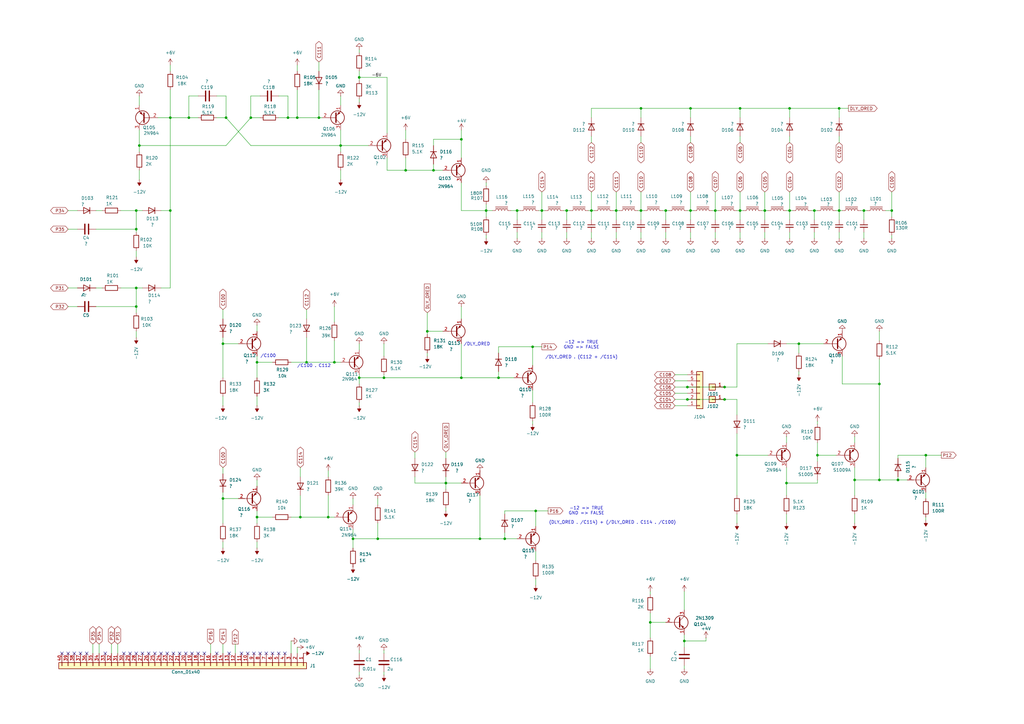
<source format=kicad_sch>
(kicad_sch (version 20250114) (generator "eeschema") (generator_version "9.0")
  (paper "A3")
  (text "-12 => TRUE\nGND => FALSE" (at 238.506 141.478 0) (effects (font (size 1.27 1.27))))
  (text "/DLY_ORED" (at 195.58 141.224 0) (effects (font (size 1.27 1.27))))
  (text "/C100 . C112\n\n" (at 128.778 151.13 0) (effects (font (size 1.27 1.27))))
  (text "/C100" (at 109.982 146.05 0) (effects (font (size 1.27 1.27))))
  (text "/DLY_ORED . (C112 + /C114)" (at 238.506 146.558 0) (effects (font (size 1.27 1.27))))
  (text "(DLY_ORED . /C114) + (/DLY_ORED . C114 . /C100)" (at 251.206 214.376 0) (effects (font (size 1.27 1.27))))
  (text "-12 => TRUE\nGND => FALSE" (at 240.538 209.55 0) (effects (font (size 1.27 1.27))))
  (junction (at 302.26 186.69))
  (junction (at 344.17 44.45))
  (junction (at 273.05 86.36))
  (junction (at 154.94 220.98))
  (junction (at 283.21 86.36))
  (junction (at 77.47 48.26))
  (junction (at 204.47 154.94))
  (junction (at 297.18 158.75))
  (junction (at 139.7 59.69))
  (junction (at 266.7 255.27))
  (junction (at 283.21 44.45))
  (junction (at 55.88 125.73))
  (junction (at 144.78 220.98))
  (junction (at 252.73 86.36))
  (junction (at 212.09 86.36))
  (junction (at 91.44 204.47))
  (junction (at 334.01 86.36))
  (junction (at 55.88 118.11))
  (junction (at 137.16 148.59))
  (junction (at 189.23 57.15))
  (junction (at 297.18 163.83))
  (junction (at 232.41 86.36))
  (junction (at 175.26 135.89))
  (junction (at 368.3 196.85))
  (junction (at 177.8 69.85))
  (junction (at 281.94 163.83))
  (junction (at 335.28 186.69))
  (junction (at 242.57 86.36))
  (junction (at 219.71 209.55))
  (junction (at 313.69 86.36))
  (junction (at 57.15 59.69))
  (junction (at 327.66 140.97))
  (junction (at 123.19 212.09))
  (junction (at 281.94 158.75))
  (junction (at 182.88 198.12))
  (junction (at 189.23 154.94))
  (junction (at 69.85 86.36))
  (junction (at 55.88 93.98))
  (junction (at 354.33 86.36))
  (junction (at 118.11 48.26))
  (junction (at 105.41 212.09))
  (junction (at 350.52 196.85))
  (junction (at 55.88 86.36))
  (junction (at 92.71 48.26))
  (junction (at 344.17 86.36))
  (junction (at 199.39 86.36))
  (junction (at 323.85 44.45))
  (junction (at 222.25 86.36))
  (junction (at 121.92 48.26))
  (junction (at 147.32 31.75))
  (junction (at 323.85 86.36))
  (junction (at 293.37 86.36))
  (junction (at 262.89 86.36))
  (junction (at 130.81 48.26))
  (junction (at 207.01 220.98))
  (junction (at 102.87 48.26))
  (junction (at 379.73 186.69))
  (junction (at 365.76 86.36))
  (junction (at 303.53 44.45))
  (junction (at 147.32 154.94))
  (junction (at 360.68 196.85))
  (junction (at 125.73 148.59))
  (junction (at 105.41 148.59))
  (junction (at 218.44 142.24))
  (junction (at 69.85 48.26))
  (junction (at 157.48 154.94))
  (junction (at 360.68 157.48))
  (junction (at 166.37 69.85))
  (junction (at 196.85 220.98))
  (junction (at 91.44 140.97))
  (junction (at 262.89 44.45))
  (junction (at 322.58 198.12))
  (junction (at 303.53 86.36))
  (junction (at 280.67 262.89))
  (junction (at 134.62 212.09))
  (no_connect (at 58.42 267.97))
  (no_connect (at 25.4 267.97))
  (no_connect (at 114.3 267.97))
  (no_connect (at 106.68 267.97))
  (no_connect (at 35.56 267.97))
  (no_connect (at 116.84 267.97))
  (no_connect (at 104.14 267.97))
  (no_connect (at 55.88 267.97))
  (no_connect (at 76.2 267.97))
  (no_connect (at 93.98 267.97))
  (no_connect (at 83.82 267.97))
  (no_connect (at 50.8 267.97))
  (no_connect (at 53.34 267.97))
  (no_connect (at 27.94 267.97))
  (no_connect (at 109.22 267.97))
  (no_connect (at 66.04 267.97))
  (no_connect (at 99.06 267.97))
  (no_connect (at 101.6 267.97))
  (no_connect (at 81.28 267.97))
  (no_connect (at 68.58 267.97))
  (no_connect (at 63.5 267.97))
  (no_connect (at 30.48 267.97))
  (no_connect (at 78.74 267.97))
  (no_connect (at 73.66 267.97))
  (no_connect (at 43.18 267.97))
  (no_connect (at 60.96 267.97))
  (no_connect (at 33.02 267.97))
  (no_connect (at 71.12 267.97))
  (no_connect (at 111.76 267.97))
  (no_connect (at 88.9 267.97))
  (wire (pts (xy 134.62 212.09) (xy 123.19 212.09)))
  (wire (pts (xy 344.17 44.45) (xy 323.85 44.45)))
  (wire (pts (xy 283.21 86.36) (xy 284.48 86.36)))
  (wire (pts (xy 134.62 193.04) (xy 134.62 195.58)))
  (wire (pts (xy 147.32 41.91) (xy 147.32 40.64)))
  (wire (pts (xy 204.47 154.94) (xy 189.23 154.94)))
  (wire (pts (xy 204.47 144.78) (xy 204.47 142.24)))
  (wire (pts (xy 207.01 209.55) (xy 207.01 210.82)))
  (wire (pts (xy 302.26 140.97) (xy 314.96 140.97)))
  (wire (pts (xy 212.09 86.36) (xy 212.09 90.17)))
  (wire (pts (xy 69.85 26.67) (xy 69.85 29.21)))
  (wire (pts (xy 27.94 118.11) (xy 31.75 118.11)))
  (wire (pts (xy 220.98 86.36) (xy 222.25 86.36)))
  (wire (pts (xy 92.71 48.26) (xy 102.87 59.69)))
  (wire (pts (xy 280.67 274.32) (xy 280.67 273.05)))
  (wire (pts (xy 266.7 269.24) (xy 266.7 274.32)))
  (wire (pts (xy 91.44 204.47) (xy 97.79 204.47)))
  (wire (pts (xy 273.05 95.25) (xy 273.05 97.79)))
  (wire (pts (xy 96.52 264.16) (xy 96.52 267.97)))
  (wire (pts (xy 105.41 212.09) (xy 105.41 214.63)))
  (wire (pts (xy 69.85 48.26) (xy 69.85 86.36)))
  (wire (pts (xy 322.58 86.36) (xy 323.85 86.36)))
  (wire (pts (xy 139.7 59.69) (xy 139.7 62.23)))
  (wire (pts (xy 121.92 48.26) (xy 118.11 48.26)))
  (wire (pts (xy 368.3 196.85) (xy 372.11 196.85)))
  (wire (pts (xy 69.85 48.26) (xy 77.47 48.26)))
  (wire (pts (xy 154.94 214.63) (xy 154.94 220.98)))
  (wire (pts (xy 262.89 95.25) (xy 262.89 97.79)))
  (wire (pts (xy 130.81 36.83) (xy 130.81 48.26)))
  (wire (pts (xy 40.64 264.16) (xy 40.64 267.97)))
  (wire (pts (xy 207.01 220.98) (xy 212.09 220.98)))
  (wire (pts (xy 170.18 195.58) (xy 170.18 198.12)))
  (wire (pts (xy 157.48 276.86) (xy 157.48 275.59)))
  (wire (pts (xy 232.41 95.25) (xy 232.41 97.79)))
  (wire (pts (xy 177.8 57.15) (xy 189.23 57.15)))
  (wire (pts (xy 218.44 173.99) (xy 218.44 172.72)))
  (wire (pts (xy 144.78 224.79) (xy 144.78 220.98)))
  (wire (pts (xy 121.92 48.26) (xy 130.81 48.26)))
  (wire (pts (xy 134.62 203.2) (xy 134.62 212.09)))
  (wire (pts (xy 158.75 69.85) (xy 158.75 64.77)))
  (wire (pts (xy 379.73 201.93) (xy 379.73 204.47)))
  (wire (pts (xy 302.26 186.69) (xy 314.96 186.69)))
  (wire (pts (xy 350.52 210.82) (xy 350.52 214.63)))
  (wire (pts (xy 157.48 140.97) (xy 157.48 146.05)))
  (wire (pts (xy 175.26 135.89) (xy 181.61 135.89)))
  (wire (pts (xy 49.53 118.11) (xy 55.88 118.11)))
  (wire (pts (xy 347.98 44.45) (xy 344.17 44.45)))
  (wire (pts (xy 323.85 48.26) (xy 323.85 44.45)))
  (wire (pts (xy 350.52 179.07) (xy 350.52 181.61)))
  (wire (pts (xy 344.17 95.25) (xy 344.17 97.79)))
  (wire (pts (xy 182.88 198.12) (xy 182.88 200.66)))
  (wire (pts (xy 57.15 53.34) (xy 57.15 59.69)))
  (wire (pts (xy 303.53 86.36) (xy 303.53 90.17)))
  (wire (pts (xy 119.38 262.89) (xy 119.38 267.97)))
  (wire (pts (xy 379.73 186.69) (xy 379.73 191.77)))
  (wire (pts (xy 55.88 118.11) (xy 55.88 125.73)))
  (wire (pts (xy 114.3 39.37) (xy 118.11 39.37)))
  (wire (pts (xy 175.26 144.78) (xy 175.26 146.05)))
  (wire (pts (xy 323.85 86.36) (xy 323.85 90.17)))
  (wire (pts (xy 57.15 59.69) (xy 57.15 62.23)))
  (wire (pts (xy 313.69 86.36) (xy 313.69 90.17)))
  (wire (pts (xy 334.01 86.36) (xy 334.01 90.17)))
  (wire (pts (xy 262.89 44.45) (xy 262.89 48.26)))
  (wire (pts (xy 57.15 69.85) (xy 57.15 73.66)))
  (wire (pts (xy 283.21 44.45) (xy 262.89 44.45)))
  (wire (pts (xy 302.26 170.18) (xy 302.26 163.83)))
  (wire (pts (xy 199.39 86.36) (xy 201.93 86.36)))
  (wire (pts (xy 189.23 86.36) (xy 199.39 86.36)))
  (wire (pts (xy 302.26 186.69) (xy 302.26 177.8)))
  (wire (pts (xy 212.09 86.36) (xy 213.36 86.36)))
  (wire (pts (xy 189.23 74.93) (xy 189.23 86.36)))
  (wire (pts (xy 105.41 162.56) (xy 105.41 166.37)))
  (wire (pts (xy 327.66 152.4) (xy 327.66 153.67)))
  (wire (pts (xy 266.7 255.27) (xy 266.7 261.62)))
  (wire (pts (xy 344.17 86.36) (xy 345.44 86.36)))
  (wire (pts (xy 293.37 95.25) (xy 293.37 97.79)))
  (wire (pts (xy 106.68 48.26) (xy 102.87 48.26)))
  (wire (pts (xy 303.53 55.88) (xy 303.53 58.42)))
  (wire (pts (xy 350.52 191.77) (xy 350.52 196.85)))
  (wire (pts (xy 354.33 86.36) (xy 353.06 86.36)))
  (wire (pts (xy 204.47 154.94) (xy 210.82 154.94)))
  (wire (pts (xy 69.85 36.83) (xy 69.85 48.26)))
  (wire (pts (xy 199.39 86.36) (xy 199.39 83.82)))
  (wire (pts (xy 350.52 196.85) (xy 360.68 196.85)))
  (wire (pts (xy 302.26 186.69) (xy 302.26 203.2)))
  (wire (pts (xy 105.41 212.09) (xy 111.76 212.09)))
  (wire (pts (xy 139.7 69.85) (xy 139.7 73.66)))
  (wire (pts (xy 322.58 203.2) (xy 322.58 198.12)))
  (wire (pts (xy 166.37 64.77) (xy 166.37 69.85)))
  (wire (pts (xy 118.11 48.26) (xy 114.3 48.26)))
  (wire (pts (xy 207.01 218.44) (xy 207.01 220.98)))
  (wire (pts (xy 55.88 102.87) (xy 55.88 105.41)))
  (wire (pts (xy 365.76 78.74) (xy 365.76 86.36)))
  (wire (pts (xy 134.62 212.09) (xy 137.16 212.09)))
  (wire (pts (xy 360.68 139.7) (xy 360.68 135.89)))
  (wire (pts (xy 303.53 86.36) (xy 304.8 86.36)))
  (wire (pts (xy 242.57 44.45) (xy 242.57 48.26)))
  (wire (pts (xy 204.47 142.24) (xy 218.44 142.24)))
  (wire (pts (xy 102.87 48.26) (xy 92.71 59.69)))
  (wire (pts (xy 219.71 209.55) (xy 219.71 215.9)))
  (wire (pts (xy 262.89 78.74) (xy 262.89 86.36)))
  (wire (pts (xy 105.41 148.59) (xy 105.41 154.94)))
  (wire (pts (xy 91.44 222.25) (xy 91.44 224.79)))
  (wire (pts (xy 158.75 31.75) (xy 158.75 54.61)))
  (wire (pts (xy 222.25 95.25) (xy 222.25 97.79)))
  (wire (pts (xy 182.88 208.28) (xy 182.88 209.55)))
  (wire (pts (xy 92.71 59.69) (xy 57.15 59.69)))
  (wire (pts (xy 125.73 148.59) (xy 119.38 148.59)))
  (wire (pts (xy 303.53 78.74) (xy 303.53 86.36)))
  (wire (pts (xy 297.18 163.83) (xy 302.26 163.83)))
  (wire (pts (xy 147.32 29.21) (xy 147.32 31.75)))
  (wire (pts (xy 91.44 264.16) (xy 91.44 267.97)))
  (wire (pts (xy 281.94 166.37) (xy 276.86 166.37)))
  (wire (pts (xy 166.37 53.34) (xy 166.37 57.15)))
  (wire (pts (xy 365.76 86.36) (xy 363.22 86.36)))
  (wire (pts (xy 242.57 86.36) (xy 243.84 86.36)))
  (wire (pts (xy 147.32 276.86) (xy 147.32 275.59)))
  (wire (pts (xy 157.48 267.97) (xy 157.48 266.7)))
  (wire (pts (xy 281.94 86.36) (xy 283.21 86.36)))
  (wire (pts (xy 27.94 93.98) (xy 31.75 93.98)))
  (wire (pts (xy 262.89 55.88) (xy 262.89 58.42)))
  (wire (pts (xy 182.88 187.96) (xy 182.88 185.42)))
  (wire (pts (xy 45.72 264.16) (xy 45.72 267.97)))
  (wire (pts (xy 189.23 57.15) (xy 189.23 53.34)))
  (wire (pts (xy 144.78 220.98) (xy 144.78 217.17)))
  (wire (pts (xy 322.58 191.77) (xy 322.58 198.12)))
  (wire (pts (xy 281.94 158.75) (xy 297.18 158.75)))
  (wire (pts (xy 292.1 86.36) (xy 293.37 86.36)))
  (wire (pts (xy 252.73 95.25) (xy 252.73 97.79)))
  (wire (pts (xy 147.32 267.97) (xy 147.32 266.7)))
  (wire (pts (xy 147.32 165.1) (xy 147.32 166.37)))
  (wire (pts (xy 48.26 264.16) (xy 48.26 267.97)))
  (wire (pts (xy 175.26 128.27) (xy 175.26 135.89)))
  (wire (pts (xy 175.26 137.16) (xy 175.26 135.89)))
  (wire (pts (xy 344.17 78.74) (xy 344.17 86.36)))
  (wire (pts (xy 337.82 140.97) (xy 327.66 140.97)))
  (wire (pts (xy 177.8 67.31) (xy 177.8 69.85)))
  (wire (pts (xy 144.78 220.98) (xy 154.94 220.98)))
  (wire (pts (xy 266.7 251.46) (xy 266.7 255.27)))
  (wire (pts (xy 170.18 187.96) (xy 170.18 185.42)))
  (wire (pts (xy 38.1 264.16) (xy 38.1 267.97)))
  (wire (pts (xy 342.9 186.69) (xy 335.28 186.69)))
  (wire (pts (xy 147.32 154.94) (xy 147.32 157.48)))
  (wire (pts (xy 283.21 78.74) (xy 283.21 86.36)))
  (wire (pts (xy 102.87 59.69) (xy 139.7 59.69)))
  (wire (pts (xy 147.32 31.75) (xy 158.75 31.75)))
  (wire (pts (xy 323.85 55.88) (xy 323.85 58.42)))
  (wire (pts (xy 293.37 86.36) (xy 293.37 90.17)))
  (wire (pts (xy 261.62 86.36) (xy 262.89 86.36)))
  (wire (pts (xy 55.88 125.73) (xy 39.37 125.73)))
  (wire (pts (xy 242.57 58.42) (xy 242.57 55.88)))
  (wire (pts (xy 313.69 86.36) (xy 314.96 86.36)))
  (wire (pts (xy 335.28 181.61) (xy 335.28 186.69)))
  (wire (pts (xy 344.17 55.88) (xy 344.17 58.42)))
  (wire (pts (xy 266.7 242.57) (xy 266.7 243.84)))
  (wire (pts (xy 334.01 95.25) (xy 334.01 97.79)))
  (wire (pts (xy 365.76 97.79) (xy 365.76 96.52)))
  (wire (pts (xy 322.58 214.63) (xy 322.58 210.82)))
  (wire (pts (xy 231.14 86.36) (xy 232.41 86.36)))
  (wire (pts (xy 323.85 95.25) (xy 323.85 97.79)))
  (wire (pts (xy 323.85 44.45) (xy 303.53 44.45)))
  (wire (pts (xy 302.26 140.97) (xy 302.26 158.75)))
  (wire (pts (xy 91.44 204.47) (xy 91.44 214.63)))
  (wire (pts (xy 91.44 127) (xy 91.44 130.81)))
  (wire (pts (xy 252.73 78.74) (xy 252.73 86.36)))
  (wire (pts (xy 139.7 59.69) (xy 139.7 53.34)))
  (wire (pts (xy 105.41 209.55) (xy 105.41 212.09)))
  (wire (pts (xy 345.44 146.05) (xy 345.44 157.48)))
  (wire (pts (xy 312.42 86.36) (xy 313.69 86.36)))
  (wire (pts (xy 105.41 196.85) (xy 105.41 199.39)))
  (wire (pts (xy 154.94 207.01) (xy 154.94 204.47)))
  (wire (pts (xy 335.28 196.85) (xy 335.28 198.12)))
  (wire (pts (xy 222.25 86.36) (xy 222.25 90.17)))
  (wire (pts (xy 130.81 25.4) (xy 130.81 29.21)))
  (wire (pts (xy 323.85 78.74) (xy 323.85 86.36)))
  (wire (pts (xy 55.88 93.98) (xy 55.88 86.36)))
  (wire (pts (xy 219.71 237.49) (xy 219.71 240.03)))
  (wire (pts (xy 289.56 261.62) (xy 289.56 262.89)))
  (wire (pts (xy 283.21 86.36) (xy 283.21 90.17)))
  (wire (pts (xy 158.75 69.85) (xy 166.37 69.85)))
  (wire (pts (xy 199.39 88.9) (xy 199.39 86.36)))
  (wire (pts (xy 262.89 86.36) (xy 262.89 90.17)))
  (wire (pts (xy 332.74 86.36) (xy 334.01 86.36)))
  (wire (pts (xy 273.05 255.27) (xy 266.7 255.27)))
  (wire (pts (xy 105.41 222.25) (xy 105.41 224.79)))
  (wire (pts (xy 280.67 250.19) (xy 280.67 242.57)))
  (wire (pts (xy 334.01 86.36) (xy 335.28 86.36)))
  (wire (pts (xy 137.16 139.7) (xy 137.16 148.59)))
  (wire (pts (xy 218.44 165.1) (xy 218.44 160.02)))
  (wire (pts (xy 241.3 86.36) (xy 242.57 86.36)))
  (wire (pts (xy 144.78 204.47) (xy 144.78 207.01)))
  (wire (pts (xy 224.79 209.55) (xy 219.71 209.55)))
  (wire (pts (xy 281.94 156.21) (xy 276.86 156.21)))
  (wire (pts (xy 196.85 203.2) (xy 196.85 220.98)))
  (wire (pts (xy 360.68 147.32) (xy 360.68 157.48)))
  (wire (pts (xy 302.26 86.36) (xy 303.53 86.36)))
  (wire (pts (xy 189.23 154.94) (xy 189.23 140.97)))
  (wire (pts (xy 302.26 158.75) (xy 297.18 158.75)))
  (wire (pts (xy 262.89 86.36) (xy 264.16 86.36)))
  (wire (pts (xy 121.92 26.67) (xy 121.92 29.21)))
  (wire (pts (xy 27.94 125.73) (xy 31.75 125.73)))
  (wire (pts (xy 86.36 264.16) (xy 86.36 267.97)))
  (wire (pts (xy 232.41 86.36) (xy 232.41 90.17)))
  (wire (pts (xy 354.33 95.25) (xy 354.33 97.79)))
  (wire (pts (xy 102.87 39.37) (xy 102.87 48.26)))
  (wire (pts (xy 55.88 125.73) (xy 55.88 128.27)))
  (wire (pts (xy 139.7 148.59) (xy 137.16 148.59)))
  (wire (pts (xy 252.73 86.36) (xy 254 86.36)))
  (wire (pts (xy 55.88 138.43) (xy 55.88 135.89)))
  (wire (pts (xy 147.32 140.97) (xy 147.32 143.51)))
  (wire (pts (xy 91.44 138.43) (xy 91.44 140.97)))
  (wire (pts (xy 81.28 39.37) (xy 77.47 39.37)))
  (wire (pts (xy 262.89 44.45) (xy 242.57 44.45)))
  (wire (pts (xy 105.41 148.59) (xy 111.76 148.59)))
  (wire (pts (xy 322.58 179.07) (xy 322.58 181.61)))
  (wire (pts (xy 69.85 86.36) (xy 69.85 118.11)))
  (wire (pts (xy 368.3 187.96) (xy 368.3 186.69)))
  (wire (pts (xy 88.9 48.26) (xy 92.71 48.26)))
  (wire (pts (xy 147.32 20.32) (xy 147.32 21.59)))
  (wire (pts (xy 273.05 86.36) (xy 274.32 86.36)))
  (wire (pts (xy 132.08 48.26) (xy 130.81 48.26)))
  (wire (pts (xy 368.3 195.58) (xy 368.3 196.85)))
  (wire (pts (xy 151.13 59.69) (xy 139.7 59.69)))
  (wire (pts (xy 91.44 201.93) (xy 91.44 204.47)))
  (wire (pts (xy 91.44 162.56) (xy 91.44 166.37)))
  (wire (pts (xy 360.68 196.85) (xy 368.3 196.85)))
  (wire (pts (xy 303.53 48.26) (xy 303.53 44.45)))
  (wire (pts (xy 189.23 125.73) (xy 189.23 130.81)))
  (wire (pts (xy 139.7 39.37) (xy 139.7 43.18)))
  (wire (pts (xy 49.53 86.36) (xy 55.88 86.36)))
  (wire (pts (xy 283.21 95.25) (xy 283.21 97.79)))
  (wire (pts (xy 281.94 158.75) (xy 276.86 158.75)))
  (wire (pts (xy 281.94 163.83) (xy 297.18 163.83)))
  (wire (pts (xy 177.8 69.85) (xy 181.61 69.85)))
  (wire (pts (xy 196.85 220.98) (xy 207.01 220.98)))
  (wire (pts (xy 121.92 36.83) (xy 121.92 48.26)))
  (wire (pts (xy 105.41 146.05) (xy 105.41 148.59)))
  (wire (pts (xy 280.67 260.35) (xy 280.67 262.89)))
  (wire (pts (xy 350.52 203.2) (xy 350.52 196.85)))
  (wire (pts (xy 182.88 198.12) (xy 189.23 198.12)))
  (wire (pts (xy 92.71 39.37) (xy 92.71 48.26)))
  (wire (pts (xy 199.39 97.79) (xy 199.39 96.52)))
  (wire (pts (xy 354.33 86.36) (xy 354.33 90.17)))
  (wire (pts (xy 196.85 220.98) (xy 154.94 220.98)))
  (wire (pts (xy 386.08 186.69) (xy 379.73 186.69)))
  (wire (pts (xy 157.48 154.94) (xy 189.23 154.94)))
  (wire (pts (xy 123.19 212.09) (xy 119.38 212.09)))
  (wire (pts (xy 189.23 57.15) (xy 189.23 64.77)))
  (wire (pts (xy 313.69 78.74) (xy 313.69 86.36)))
  (wire (pts (xy 207.01 209.55) (xy 219.71 209.55)))
  (wire (pts (xy 105.41 133.35) (xy 105.41 135.89)))
  (wire (pts (xy 335.28 186.69) (xy 335.28 189.23)))
  (wire (pts (xy 222.25 142.24) (xy 218.44 142.24)))
  (wire (pts (xy 280.67 262.89) (xy 289.56 262.89)))
  (wire (pts (xy 242.57 78.74) (xy 242.57 86.36)))
  (wire (pts (xy 69.85 118.11) (xy 66.04 118.11)))
  (wire (pts (xy 242.57 95.25) (xy 242.57 97.79)))
  (wire (pts (xy 118.11 39.37) (xy 118.11 48.26)))
  (wire (pts (xy 41.91 118.11) (xy 39.37 118.11)))
  (wire (pts (xy 77.47 39.37) (xy 77.47 48.26)))
  (wire (pts (xy 303.53 44.45) (xy 283.21 44.45)))
  (wire (pts (xy 302.26 210.82) (xy 302.26 214.63)))
  (wire (pts (xy 209.55 86.36) (xy 212.09 86.36)))
  (wire (pts (xy 303.53 95.25) (xy 303.53 97.79)))
  (wire (pts (xy 222.25 78.74) (xy 222.25 86.36)))
  (wire (pts (xy 345.44 157.48) (xy 360.68 157.48)))
  (wire (pts (xy 55.88 86.36) (xy 58.42 86.36)))
  (wire (pts (xy 281.94 153.67) (xy 276.86 153.67)))
  (wire (pts (xy 41.91 86.36) (xy 39.37 86.36)))
  (wire (pts (xy 125.73 127) (xy 125.73 130.81)))
  (wire (pts (xy 91.44 140.97) (xy 91.44 154.94)))
  (wire (pts (xy 212.09 95.25) (xy 212.09 97.79)))
  (wire (pts (xy 123.19 191.77) (xy 123.19 195.58)))
  (wire (pts (xy 323.85 86.36) (xy 325.12 86.36)))
  (wire (pts (xy 125.73 148.59) (xy 137.16 148.59)))
  (wire (pts (xy 313.69 95.25) (xy 313.69 97.79)))
  (wire (pts (xy 157.48 154.94) (xy 147.32 154.94)))
  (wire (pts (xy 137.16 125.73) (xy 137.16 132.08)))
  (wire (pts (xy 91.44 191.77) (xy 91.44 194.31)))
  (wire (pts (xy 219.71 226.06) (xy 219.71 229.87)))
  (wire (pts (xy 335.28 172.72) (xy 335.28 173.99)))
  (wire (pts (xy 66.04 86.36) (xy 69.85 86.36)))
  (wire (pts (xy 271.78 86.36) (xy 273.05 86.36)))
  (wire (pts (xy 355.6 86.36) (xy 354.33 86.36)))
  (wire (pts (xy 177.8 57.15) (xy 177.8 59.69)))
  (wire (pts (xy 182.88 195.58) (xy 182.88 198.12)))
  (wire (pts (xy 27.94 86.36) (xy 31.75 86.36)))
  (wire (pts (xy 123.19 203.2) (xy 123.19 212.09)))
  (wire (pts (xy 322.58 140.97) (xy 327.66 140.97)))
  (wire (pts (xy 91.44 140.97) (xy 97.79 140.97)))
  (wire (pts (xy 322.58 198.12) (xy 335.28 198.12)))
  (wire (pts (xy 344.17 48.26) (xy 344.17 44.45)))
  (wire (pts (xy 293.37 86.36) (xy 294.64 86.36)))
  (wire (pts (xy 344.17 86.36) (xy 344.17 90.17)))
  (wire (pts (xy 222.25 86.36) (xy 223.52 86.36)))
  (wire (pts (xy 147.32 153.67) (xy 147.32 154.94)))
  (wire (pts (xy 232.41 86.36) (xy 233.68 86.36)))
  (wire (pts (xy 55.88 95.25) (xy 55.88 93.98)))
  (wire (pts (xy 327.66 144.78) (xy 327.66 140.97)))
  (wire (pts (xy 157.48 153.67) (xy 157.48 154.94)))
  (wire (pts (xy 57.15 39.37) (xy 57.15 43.18)))
  (wire (pts (xy 218.44 142.24) (xy 218.44 149.86)))
  (wire (pts (xy 204.47 154.94) (xy 204.47 152.4)))
  (wire (pts (xy 242.57 86.36) (xy 242.57 90.17)))
  (wire (pts (xy 102.87 39.37) (xy 106.68 39.37)))
  (wire (pts (xy 283.21 55.88) (xy 283.21 58.42)))
  (wire (pts (xy 379.73 212.09) (xy 379.73 213.36)))
  (wire (pts (xy 64.77 48.26) (xy 69.85 48.26)))
  (wire (pts (xy 280.67 262.89) (xy 280.67 265.43)))
  (wire (pts (xy 199.39 76.2) (xy 199.39 74.93)))
  (wire (pts (xy 365.76 88.9) (xy 365.76 86.36)))
  (wire (pts (xy 293.37 78.74) (xy 293.37 86.36)))
  (wire (pts (xy 170.18 198.12) (xy 182.88 198.12)))
  (wire (pts (xy 55.88 93.98) (xy 39.37 93.98)))
  (wire (pts (xy 147.32 33.02) (xy 147.32 31.75)))
  (wire (pts (xy 55.88 118.11) (xy 58.42 118.11)))
  (wire (pts (xy 283.21 48.26) (xy 283.21 44.45)))
  (wire (pts (xy 252.73 86.36) (xy 252.73 90.17)))
  (wire (pts (xy 166.37 69.85) (xy 177.8 69.85)))
  (wire (pts (xy 77.47 48.26) (xy 81.28 48.26)))
  (wire (pts (xy 92.71 39.37) (xy 88.9 39.37)))
  (wire (pts (xy 342.9 86.36) (xy 344.17 86.36)))
  (wire (pts (xy 273.05 86.36) (xy 273.05 90.17)))
  (wire (pts (xy 125.73 138.43) (xy 125.73 148.59)))
  (wire (pts (xy 368.3 186.69) (xy 379.73 186.69)))
  (wire (pts (xy 121.92 265.43) (xy 121.92 267.97)))
  (wire (pts (xy 281.94 163.83) (xy 276.86 163.83)))
  (wire (pts (xy 281.94 161.29) (xy 276.86 161.29)))
  (wire (pts (xy 360.68 157.48) (xy 360.68 196.85)))
  (wire (pts (xy 251.46 86.36) (xy 252.73 86.36)))
  (label "-6V" (at 152.4 31.75 0))
  (global_label "C102" (shape bidirectional) (at 276.86 166.37 180) (property "Intersheetrefs" "${INTERSHEET_REFS}" (effects (hide yes))))
  (global_label "C106" (shape bidirectional) (at 303.53 78.74 90) (property "Intersheetrefs" "${INTERSHEET_REFS}" (effects (hide yes))))
  (global_label "C111" (shape bidirectional) (at 252.73 78.74 90) (property "Intersheetrefs" "${INTERSHEET_REFS}" (effects (hide yes))))
  (global_label "DLY_ORED" (shape input) (at 182.88 185.42 90) (property "Intersheetrefs" "${INTERSHEET_REFS}" (effects (hide yes))))
  (global_label "C106" (shape bidirectional) (at 276.86 158.75 180) (property "Intersheetrefs" "${INTERSHEET_REFS}" (effects (hide yes))))
  (global_label "C100" (shape bidirectional) (at 91.44 191.77 90) (property "Intersheetrefs" "${INTERSHEET_REFS}" (effects (hide yes))))
  (global_label "C112" (shape bidirectional) (at 242.57 58.42 270) (property "Intersheetrefs" "${INTERSHEET_REFS}" (effects (hide yes))))
  (global_label "C104" (shape bidirectional) (at 323.85 78.74 90) (property "Intersheetrefs" "${INTERSHEET_REFS}" (effects (hide yes))))
  (global_label "C114" (shape bidirectional) (at 222.25 78.74 90) (property "Intersheetrefs" "${INTERSHEET_REFS}" (effects (hide yes))))
  (global_label "P32" (shape bidirectional) (at 27.94 125.73 180) (property "Intersheetrefs" "${INTERSHEET_REFS}" (effects (hide yes))))
  (global_label "C114" (shape bidirectional) (at 170.18 185.42 90) (property "Intersheetrefs" "${INTERSHEET_REFS}" (effects (hide yes))))
  (global_label "P31" (shape bidirectional) (at 48.26 264.16 90) (property "Intersheetrefs" "${INTERSHEET_REFS}" (effects (hide yes))))
  (global_label "P32" (shape bidirectional) (at 45.72 264.16 90) (property "Intersheetrefs" "${INTERSHEET_REFS}" (effects (hide yes))))
  (global_label "P31" (shape bidirectional) (at 27.94 118.11 180) (property "Intersheetrefs" "${INTERSHEET_REFS}" (effects (hide yes))))
  (global_label "C105" (shape bidirectional) (at 313.69 78.74 90) (property "Intersheetrefs" "${INTERSHEET_REFS}" (effects (hide yes))))
  (global_label "P34" (shape bidirectional) (at 40.64 264.16 90) (property "Intersheetrefs" "${INTERSHEET_REFS}" (effects (hide yes))))
  (global_label "P16" (shape output) (at 224.79 209.55 0) (property "Intersheetrefs" "${INTERSHEET_REFS}" (effects (hide yes))))
  (global_label "DLY_ORED" (shape output) (at 347.98 44.45 0) (property "Intersheetrefs" "${INTERSHEET_REFS}" (effects (hide yes))))
  (global_label "P35" (shape bidirectional) (at 38.1 264.16 90) (property "Intersheetrefs" "${INTERSHEET_REFS}" (effects (hide yes))))
  (global_label "C100" (shape bidirectional) (at 91.44 127 90) (property "Intersheetrefs" "${INTERSHEET_REFS}" (effects (hide yes))))
  (global_label "P14" (shape output) (at 222.25 142.24 0) (property "Intersheetrefs" "${INTERSHEET_REFS}" (effects (hide yes))))
  (global_label "C107" (shape bidirectional) (at 276.86 156.21 180) (property "Intersheetrefs" "${INTERSHEET_REFS}" (effects (hide yes))))
  (global_label "C108" (shape bidirectional) (at 276.86 153.67 180) (property "Intersheetrefs" "${INTERSHEET_REFS}" (effects (hide yes))))
  (global_label "P34" (shape bidirectional) (at 27.94 86.36 180) (property "Intersheetrefs" "${INTERSHEET_REFS}" (effects (hide yes))))
  (global_label "P35" (shape bidirectional) (at 27.94 93.98 180) (property "Intersheetrefs" "${INTERSHEET_REFS}" (effects (hide yes))))
  (global_label "C110" (shape bidirectional) (at 262.89 58.42 270) (property "Intersheetrefs" "${INTERSHEET_REFS}" (effects (hide yes))))
  (global_label "C108" (shape bidirectional) (at 283.21 58.42 270) (property "Intersheetrefs" "${INTERSHEET_REFS}" (effects (hide yes))))
  (global_label "P12" (shape output) (at 96.52 264.16 90) (property "Intersheetrefs" "${INTERSHEET_REFS}" (effects (hide yes))))
  (global_label "P14" (shape input) (at 91.44 264.16 90) (property "Intersheetrefs" "${INTERSHEET_REFS}" (effects (hide yes))))
  (global_label "C111" (shape bidirectional) (at 130.81 25.4 90) (property "Intersheetrefs" "${INTERSHEET_REFS}" (effects (hide yes))))
  (global_label "C106" (shape bidirectional) (at 303.53 58.42 270) (property "Intersheetrefs" "${INTERSHEET_REFS}" (effects (hide yes))))
  (global_label "C107" (shape bidirectional) (at 293.37 78.74 90) (property "Intersheetrefs" "${INTERSHEET_REFS}" (effects (hide yes))))
  (global_label "C112" (shape bidirectional) (at 242.57 78.74 90) (property "Intersheetrefs" "${INTERSHEET_REFS}" (effects (hide yes))))
  (global_label "C100" (shape bidirectional) (at 365.76 78.74 90) (property "Intersheetrefs" "${INTERSHEET_REFS}" (effects (hide yes))))
  (global_label "C108" (shape bidirectional) (at 283.21 78.74 90) (property "Intersheetrefs" "${INTERSHEET_REFS}" (effects (hide yes))))
  (global_label "C105" (shape bidirectional) (at 276.86 161.29 180) (property "Intersheetrefs" "${INTERSHEET_REFS}" (effects (hide yes))))
  (global_label "C110" (shape bidirectional) (at 262.89 78.74 90) (property "Intersheetrefs" "${INTERSHEET_REFS}" (effects (hide yes))))
  (global_label "C102" (shape bidirectional) (at 344.17 58.42 270) (property "Intersheetrefs" "${INTERSHEET_REFS}" (effects (hide yes))))
  (global_label "P12" (shape output) (at 386.08 186.69 0) (property "Intersheetrefs" "${INTERSHEET_REFS}" (effects (hide yes))))
  (global_label "C104" (shape bidirectional) (at 323.85 58.42 270) (property "Intersheetrefs" "${INTERSHEET_REFS}" (effects (hide yes))))
  (global_label "DLY_ORED" (shape input) (at 175.26 128.27 90) (property "Intersheetrefs" "${INTERSHEET_REFS}" (effects (hide yes))))
  (global_label "C114" (shape bidirectional) (at 123.19 191.77 90) (property "Intersheetrefs" "${INTERSHEET_REFS}" (effects (hide yes))))
  (global_label "P16" (shape input) (at 86.36 264.16 90) (property "Intersheetrefs" "${INTERSHEET_REFS}" (effects (hide yes))))
  (global_label "C102" (shape bidirectional) (at 344.17 78.74 90) (property "Intersheetrefs" "${INTERSHEET_REFS}" (effects (hide yes))))
  (global_label "C104" (shape bidirectional) (at 276.86 163.83 180) (property "Intersheetrefs" "${INTERSHEET_REFS}" (effects (hide yes))))
  (global_label "C112" (shape bidirectional) (at 125.73 127 90) (property "Intersheetrefs" "${INTERSHEET_REFS}" (effects (hide yes))))
  (symbol (lib_id "power:GND") (at 57.15 39.37 0) (mirror x) (unit 1)
    (property "Reference" "#PWR0134" (effects (hide yes)))
    (property "Value" "GND" (at 57.15 35.2369 0))
    (property "Description" "Power symbol creates a global label with name \"GND\" , ground" (effects (hide yes)))
  )
  (symbol (lib_id "Device:C_Small") (at 334.01 92.71 0) (mirror y) (unit 1)
    (property "Reference" "C103" (at 331.47 91.694 0) (effects (justify left)))
    (property "Value" "?" (at 330.454 93.472 0) (effects (justify left)))
    (property "Footprint" "Capacitor_THT:C_Rect_L10.0mm_W2.5mm_P7.50mm_MKS4" (effects (hide yes)))
    (property "Description" "Unpolarized capacitor, small symbol" (effects (hide yes)))
  )
  (symbol (lib_id "power:GND") (at 105.41 196.85 180) (unit 1)
    (property "Reference" "#PWR0160" (effects (hide yes)))
    (property "Value" "GND" (at 105.41 192.7169 0))
    (property "Description" "Power symbol creates a global label with name \"GND\" , ground" (effects (hide yes)))
  )
  (symbol (lib_id "power:GND") (at 262.89 97.79 0) (unit 1)
    (property "Reference" "#PWR0115" (effects (hide yes)))
    (property "Value" "GND" (at 262.89 102.87 0))
    (property "Description" "Power symbol creates a global label with name \"GND\" , ground" (effects (hide yes)))
  )
  (symbol (lib_id "Device:R") (at 139.7 66.04 180) (unit 1)
    (property "Reference" "R122" (at 142.24 64.7699 0) (effects (justify right)))
    (property "Value" "2K" (at 142.24 67.3099 0) (effects (justify right)))
    (property "Footprint" "Resistor_THT:R_Axial_DIN0207_L6.3mm_D2.5mm_P10.16mm_Horizontal" (effects (hide yes)))
    (property "Description" "Resistor" (effects (hide yes)))
  )
  (symbol (lib_id "Device:C") (at 35.56 125.73 270) (unit 1)
    (property "Reference" "C5" (at 35.306 129.286 90))
    (property "Value" "?" (at 34.6597 120.65 0))
    (property "Footprint" "Capacitor_THT:C_Rect_L7.0mm_W3.5mm_P5.00mm" (effects (hide yes)))
    (property "Description" "Unpolarized capacitor" (effects (hide yes)))
  )
  (symbol (lib_id "Device:R") (at 57.15 66.04 180) (unit 1)
    (property "Reference" "R120" (at 59.69 64.7699 0) (effects (justify right)))
    (property "Value" "2K" (at 59.69 67.3099 0) (effects (justify right)))
    (property "Footprint" "Resistor_THT:R_Axial_DIN0207_L6.3mm_D2.5mm_P10.16mm_Horizontal" (effects (hide yes)))
    (property "Description" "Resistor" (effects (hide yes)))
  )
  (symbol (lib_id "Transistor_BJT:Q_PNP_EBC") (at 320.04 186.69 0) (mirror x) (unit 1)
    (property "Reference" "Q109" (at 313.436 190.246 0) (effects (justify left)))
    (property "Value" "2N964" (at 314.198 192.786 0) (effects (justify left)))
    (property "Footprint" "Package_TO_SOT_THT:TO-5-3" (effects (hide yes)))
    (property "Description" "PNP transistor, emitter/base/collector" (effects (hide yes)))
  )
  (symbol (lib_id "Device:C") (at 110.49 39.37 90) (mirror x) (unit 1)
    (property "Reference" "C118" (at 110.236 35.814 90))
    (property "Value" "?" (at 110.236 33.3897 90))
    (property "Footprint" "Capacitor_THT:C_Rect_L7.0mm_W3.5mm_P5.00mm" (effects (hide yes)))
    (property "Description" "Unpolarized capacitor" (effects (hide yes)))
  )
  (symbol (lib_id "Device:R") (at 199.39 80.01 0) (mirror y) (unit 1)
    (property "Reference" "R107" (at 198.12 81.28 0) (effects (justify left)))
    (property "Value" "180R" (at 195.326 79.248 0))
    (property "Footprint" "Resistor_THT:R_Axial_DIN0309_L9.0mm_D3.2mm_P15.24mm_Horizontal" (effects (hide yes)))
    (property "Description" "Resistor" (effects (hide yes)))
  )
  (symbol (lib_id "Device:L_Iron") (at 205.74 86.36 90) (unit 1)
    (property "Reference" "L116" (at 208.28 80.772 90) (effects (justify left)))
    (property "Value" "?" (at 208.28 83.312 90) (effects (justify left)))
    (property "Footprint" "Capacitor_THT:C_Rect_L7.0mm_W3.5mm_P5.00mm" (effects (hide yes)))
    (property "Description" "Inductor with iron core" (effects (hide yes)))
  )
  (symbol (lib_id "Device:R") (at 335.28 177.8 0) (unit 1)
    (property "Reference" "R110" (at 330.962 177.038 0))
    (property "Value" "10K" (at 330.962 179.578 0))
    (property "Footprint" "Resistor_THT:R_Axial_DIN0207_L6.3mm_D2.5mm_P10.16mm_Horizontal" (effects (hide yes)))
    (property "Description" "Resistor" (effects (hide yes)))
  )
  (symbol (lib_id "power:-12V") (at 144.78 232.41 0) (mirror x) (unit 1)
    (property "Reference" "#PWR0153" (effects (hide yes)))
    (property "Value" "-12V" (at 144.78 237.49 0))
    (property "Description" "Power symbol creates a global label with name \"-12V\"" (effects (hide yes)))
  )
  (symbol (lib_id "Device:R") (at 199.39 92.71 0) (mirror y) (unit 1)
    (property "Reference" "R108" (at 198.12 93.98 0) (effects (justify left)))
    (property "Value" "510R" (at 195.326 91.948 0))
    (property "Footprint" "Resistor_THT:R_Axial_DIN0309_L9.0mm_D3.2mm_P15.24mm_Horizontal" (effects (hide yes)))
    (property "Description" "Resistor" (effects (hide yes)))
  )
  (symbol (lib_id "Transistor_BJT:Q_PNP_EBC") (at 215.9 154.94 0) (mirror x) (unit 1)
    (property "Reference" "Q110" (at 212.852 159.766 0) (effects (justify left)))
    (property "Value" "?" (at 213.614 162.306 0) (effects (justify left)))
    (property "Footprint" "Package_TO_SOT_THT:TO-5-3" (effects (hide yes)))
    (property "Description" "PNP transistor, emitter/base/collector" (effects (hide yes)))
  )
  (symbol (lib_id "power:GND") (at 313.69 97.79 0) (unit 1)
    (property "Reference" "#PWR0110" (effects (hide yes)))
    (property "Value" "GND" (at 313.69 102.87 0))
    (property "Description" "Power symbol creates a global label with name \"GND\" , ground" (effects (hide yes)))
  )
  (symbol (lib_id "Device:R") (at 302.26 207.01 0) (unit 1)
    (property "Reference" "R125" (at 304.8 205.7399 0) (effects (justify left)))
    (property "Value" "18K" (at 304.8 208.2799 0) (effects (justify left)))
    (property "Footprint" "Resistor_THT:R_Axial_DIN0207_L6.3mm_D2.5mm_P10.16mm_Horizontal" (effects (hide yes)))
    (property "Description" "Resistor" (effects (hide yes)))
  )
  (symbol (lib_id "Device:R") (at 105.41 218.44 180) (unit 1)
    (property "Reference" "R138" (at 107.95 217.1699 0) (effects (justify right)))
    (property "Value" "3K" (at 107.95 219.7099 0) (effects (justify right)))
    (property "Footprint" "Resistor_THT:R_Axial_DIN0207_L6.3mm_D2.5mm_P10.16mm_Horizontal" (effects (hide yes)))
    (property "Description" "Resistor" (effects (hide yes)))
  )
  (symbol (lib_id "power:GND") (at 350.52 179.07 0) (mirror x) (unit 1)
    (property "Reference" "#PWR0126" (effects (hide yes)))
    (property "Value" "GND" (at 350.52 174.9369 0))
    (property "Description" "Power symbol creates a global label with name \"GND\" , ground" (effects (hide yes)))
  )
  (symbol (lib_id "power:GND") (at 144.78 204.47 180) (unit 1)
    (property "Reference" "#PWR0156" (effects (hide yes)))
    (property "Value" "GND" (at 144.78 200.3369 0))
    (property "Description" "Power symbol creates a global label with name \"GND\" , ground" (effects (hide yes)))
  )
  (symbol (lib_id "power:-12V") (at 124.46 267.97 270) (unit 1)
    (property "Reference" "#PWR039" (effects (hide yes)))
    (property "Value" "-12V" (at 127.635 267.97 90) (effects (justify left)))
    (property "Description" "Power symbol creates a global label with name \"-12V\"" (effects (hide yes)))
  )
  (symbol (lib_id "power:GND") (at 283.21 97.79 0) (unit 1)
    (property "Reference" "#PWR0113" (effects (hide yes)))
    (property "Value" "GND" (at 283.21 102.87 0))
    (property "Description" "Power symbol creates a global label with name \"GND\" , ground" (effects (hide yes)))
  )
  (symbol (lib_id "Device:L_Iron") (at 359.41 86.36 90) (unit 1)
    (property "Reference" "L101" (at 361.696 81.534 90) (effects (justify left)))
    (property "Value" "?" (at 359.664 83.566 90) (effects (justify left)))
    (property "Footprint" "Capacitor_THT:C_Rect_L7.0mm_W3.5mm_P5.00mm" (effects (hide yes)))
    (property "Description" "Inductor with iron core" (effects (hide yes)))
  )
  (symbol (lib_id "Transistor_BJT:Q_PNP_EBC") (at 156.21 59.69 0) (mirror x) (unit 1)
    (property "Reference" "Q102" (at 153.162 64.516 0) (effects (justify left)))
    (property "Value" "?" (at 153.924 67.056 0) (effects (justify left)))
    (property "Footprint" "Package_TO_SOT_THT:TO-5-3" (effects (hide yes)))
    (property "Description" "PNP transistor, emitter/base/collector" (effects (hide yes)))
  )
  (symbol (lib_id "Device:R") (at 91.44 218.44 0) (unit 1)
    (property "Reference" "R137" (at 93.98 217.1699 0) (effects (justify left)))
    (property "Value" "18K" (at 93.98 219.7099 0) (effects (justify left)))
    (property "Footprint" "Resistor_THT:R_Axial_DIN0207_L6.3mm_D2.5mm_P10.16mm_Horizontal" (effects (hide yes)))
    (property "Description" "Resistor" (effects (hide yes)))
  )
  (symbol (lib_id "Diode:1N4448") (at 335.28 193.04 90) (unit 1)
    (property "Reference" "D117" (at 330.454 192.024 90))
    (property "Value" "S1005" (at 330.454 194.564 90))
    (property "Footprint" "Diode_THT:D_DO-35_SOD27_P12.70mm_Horizontal" (effects (hide yes)))
    (property "Datasheet" "https://assets.nexperia.com/documents/data-sheet/1N4148_1N4448.pdf" (effects (hide yes)))
    (property "Description" "100V 0.15A High-speed standard diode, DO-35" (effects (hide yes)))
    (property "Sim.Device" "D" (effects (hide yes)))
    (property "Sim.Pins" "1=K 2=A" (effects (hide yes)))
  )
  (symbol (lib_id "Diode:1N4448") (at 344.17 52.07 270) (unit 1)
    (property "Reference" "D102" (at 341.63 53.3401 90) (effects (justify right)))
    (property "Value" "?" (at 341.63 50.8001 90) (effects (justify right)))
    (property "Footprint" "Diode_THT:D_DO-35_SOD27_P12.70mm_Horizontal" (effects (hide yes)))
    (property "Datasheet" "https://assets.nexperia.com/documents/data-sheet/1N4148_1N4448.pdf" (effects (hide yes)))
    (property "Description" "100V 0.15A High-speed standard diode, DO-35" (effects (hide yes)))
    (property "Sim.Device" "D" (effects (hide yes)))
    (property "Sim.Pins" "1=K 2=A" (effects (hide yes)))
  )
  (symbol (lib_id "Device:L_Iron") (at 318.77 86.36 90) (unit 1)
    (property "Reference" "L105" (at 321.31 81.28 90) (effects (justify left)))
    (property "Value" "?" (at 321.31 83.82 90) (effects (justify left)))
    (property "Footprint" "Capacitor_THT:C_Rect_L7.0mm_W3.5mm_P5.00mm" (effects (hide yes)))
    (property "Description" "Inductor with iron core" (effects (hide yes)))
  )
  (symbol (lib_id "Transistor_BJT:Q_PNP_EBC") (at 102.87 204.47 0) (mirror x) (unit 1)
    (property "Reference" "Q116" (at 97.536 208.788 0) (effects (justify left)))
    (property "Value" "?" (at 98.298 211.328 0) (effects (justify left)))
    (property "Footprint" "Package_TO_SOT_THT:TO-5-3" (effects (hide yes)))
    (property "Description" "PNP transistor, emitter/base/collector" (effects (hide yes)))
  )
  (symbol (lib_id "power:-12V") (at 322.58 214.63 180) (unit 1)
    (property "Reference" "#PWR0139" (effects (hide yes)))
    (property "Value" "-12V" (at 322.5801 218.44 90) (effects (justify left)))
    (property "Description" "Power symbol creates a global label with name \"-12V\"" (effects (hide yes)))
  )
  (symbol (lib_id "Transistor_BJT:Q_PNP_EBC") (at 217.17 220.98 0) (mirror x) (unit 1)
    (property "Reference" "Q115" (at 214.122 225.806 0) (effects (justify left)))
    (property "Value" "?" (at 214.884 228.346 0) (effects (justify left)))
    (property "Footprint" "Package_TO_SOT_THT:TO-5-3" (effects (hide yes)))
    (property "Description" "PNP transistor, emitter/base/collector" (effects (hide yes)))
  )
  (symbol (lib_id "Transistor_BJT:Q_PNP_EBC") (at 377.19 196.85 0) (mirror x) (unit 1)
    (property "Reference" "Q101" (at 374.142 201.676 0) (effects (justify left)))
    (property "Value" "?" (at 374.904 204.216 0) (effects (justify left)))
    (property "Footprint" "Package_TO_SOT_THT:TO-5-3" (effects (hide yes)))
    (property "Description" "PNP transistor, emitter/base/collector" (effects (hide yes)))
  )
  (symbol (lib_id "Diode:1N4448") (at 91.44 198.12 270) (mirror x) (unit 1)
    (property "Reference" "D124" (at 93.98 196.8499 90) (effects (justify left)))
    (property "Value" "?" (at 93.98 199.3899 90) (effects (justify left)))
    (property "Footprint" "Diode_THT:D_DO-35_SOD27_P12.70mm_Horizontal" (effects (hide yes)))
    (property "Datasheet" "https://assets.nexperia.com/documents/data-sheet/1N4148_1N4448.pdf" (effects (hide yes)))
    (property "Description" "100V 0.15A High-speed standard diode, DO-35" (effects (hide yes)))
    (property "Sim.Device" "D" (effects (hide yes)))
    (property "Sim.Pins" "1=K 2=A" (effects (hide yes)))
  )
  (symbol (lib_id "Device:R") (at 365.76 92.71 0) (mirror x) (unit 1)
    (property "Reference" "R106" (at 367.03 91.44 0) (effects (justify left)))
    (property "Value" "130R" (at 369.824 93.472 0))
    (property "Footprint" "Resistor_THT:R_Axial_DIN0309_L9.0mm_D3.2mm_P15.24mm_Horizontal" (effects (hide yes)))
    (property "Description" "Resistor" (effects (hide yes)))
  )
  (symbol (lib_id "power:GND") (at 345.44 135.89 0) (mirror x) (unit 1)
    (property "Reference" "#PWR0141" (effects (hide yes)))
    (property "Value" "GND" (at 345.44 131.7569 0))
    (property "Description" "Power symbol creates a global label with name \"GND\" , ground" (effects (hide yes)))
  )
  (symbol (lib_id "power:GND") (at 147.32 20.32 180) (unit 1)
    (property "Reference" "#PWR0128" (effects (hide yes)))
    (property "Value" "GND" (at 147.32 16.1869 0))
    (property "Description" "Power symbol creates a global label with name \"GND\" , ground" (effects (hide yes)))
  )
  (symbol (lib_id "Device:C") (at 147.32 271.78 180) (unit 1)
    (property "Reference" "C1" (at 149.86 270.51 0) (effects (justify right)))
    (property "Value" "0.01u" (at 148.59 274.32 0) (effects (justify right)))
    (property "Footprint" "Capacitor_THT:C_Axial_L5.1mm_D3.1mm_P15.00mm_Horizontal" (effects (hide yes)))
    (property "Description" "Unpolarized capacitor" (effects (hide yes)))
  )
  (symbol (lib_id "power:+6V") (at 266.7 242.57 0) (unit 1)
    (property "Reference" "#PWR0131" (effects (hide yes)))
    (property "Value" "+6V" (at 266.7 237.49 0))
    (property "Description" "Power symbol creates a global label with name \"+6V\"" (effects (hide yes)))
  )
  (symbol (lib_id "Device:L_Iron") (at 288.29 86.36 90) (unit 1)
    (property "Reference" "L108" (at 290.576 80.518 90) (effects (justify left)))
    (property "Value" "?" (at 290.576 83.058 90) (effects (justify left)))
    (property "Footprint" "Capacitor_THT:C_Rect_L7.0mm_W3.5mm_P5.00mm" (effects (hide yes)))
    (property "Description" "Inductor with iron core" (effects (hide yes)))
  )
  (symbol (lib_id "power:GND") (at 344.17 97.79 0) (unit 1)
    (property "Reference" "#PWR0107" (effects (hide yes)))
    (property "Value" "GND" (at 344.17 102.87 0))
    (property "Description" "Power symbol creates a global label with name \"GND\" , ground" (effects (hide yes)))
  )
  (symbol (lib_id "Diode:1N4448") (at 125.73 134.62 90) (unit 1)
    (property "Reference" "D123" (at 118.618 133.604 90) (effects (justify right)))
    (property "Value" "?" (at 118.618 136.144 90) (effects (justify right)))
    (property "Footprint" "Diode_THT:D_DO-35_SOD27_P12.70mm_Horizontal" (effects (hide yes)))
    (property "Datasheet" "https://assets.nexperia.com/documents/data-sheet/1N4148_1N4448.pdf" (effects (hide yes)))
    (property "Description" "100V 0.15A High-speed standard diode, DO-35" (effects (hide yes)))
    (property "Sim.Device" "D" (effects (hide yes)))
    (property "Sim.Pins" "1=K 2=A" (effects (hide yes)))
  )
  (symbol (lib_id "Diode:1N4448") (at 207.01 214.63 90) (mirror x) (unit 1)
    (property "Reference" "D107" (at 209.55 213.3599 90) (effects (justify right)))
    (property "Value" "?" (at 209.55 215.8999 90) (effects (justify right)))
    (property "Footprint" "Diode_THT:D_DO-35_SOD27_P12.70mm_Horizontal" (effects (hide yes)))
    (property "Datasheet" "https://assets.nexperia.com/documents/data-sheet/1N4148_1N4448.pdf" (effects (hide yes)))
    (property "Description" "100V 0.15A High-speed standard diode, DO-35" (effects (hide yes)))
    (property "Sim.Device" "D" (effects (hide yes)))
    (property "Sim.Pins" "1=K 2=A" (effects (hide yes)))
  )
  (symbol (lib_id "power:+6V") (at 121.92 265.43 270) (unit 1)
    (property "Reference" "#PWR01" (effects (hide yes)))
    (property "Value" "+6V" (at 125.095 265.43 90) (effects (justify left)))
    (property "Description" "Power symbol creates a global label with name \"+6V\"" (effects (hide yes)))
  )
  (symbol (lib_id "power:+6V") (at 69.85 26.67 0) (unit 1)
    (property "Reference" "#PWR0103" (effects (hide yes)))
    (property "Value" "+6V" (at 69.85 21.59 0))
    (property "Description" "Power symbol creates a global label with name \"+6V\"" (effects (hide yes)))
  )
  (symbol (lib_id "power:GND") (at 119.38 262.89 90) (unit 1)
    (property "Reference" "#PWR03" (effects (hide yes)))
    (property "Value" "GND" (at 122.555 262.89 90) (effects (justify right)))
    (property "Description" "Power symbol creates a global label with name \"GND\" , ground" (effects (hide yes)))
  )
  (symbol (lib_id "power:+6V") (at 335.28 172.72 0) (unit 1)
    (property "Reference" "#PWR0121" (effects (hide yes)))
    (property "Value" "+6V" (at 335.28 167.64 0))
    (property "Description" "Power symbol creates a global label with name \"+6V\"" (effects (hide yes)))
  )
  (symbol (lib_id "Device:R") (at 115.57 148.59 90) (unit 1)
    (property "Reference" "R129" (at 115.824 151.638 90))
    (property "Value" "10k" (at 115.824 154.178 90))
    (property "Footprint" "Resistor_THT:R_Axial_DIN0309_L9.0mm_D3.2mm_P12.70mm_Horizontal" (effects (hide yes)))
    (property "Description" "Resistor" (effects (hide yes)))
  )
  (symbol (lib_id "Device:R") (at 55.88 132.08 0) (unit 1)
    (property "Reference" "R103" (at 60.198 130.81 0))
    (property "Value" "10K" (at 60.198 133.35 0))
    (property "Footprint" "Resistor_THT:R_Axial_DIN0207_L6.3mm_D2.5mm_P10.16mm_Horizontal" (effects (hide yes)))
    (property "Description" "Resistor" (effects (hide yes)))
  )
  (symbol (lib_id "power:-12V") (at 91.44 224.79 0) (mirror x) (unit 1)
    (property "Reference" "#PWR0157" (effects (hide yes)))
    (property "Value" "-12V" (at 91.44 229.87 0))
    (property "Description" "Power symbol creates a global label with name \"-12V\"" (effects (hide yes)))
  )
  (symbol (lib_id "power:-12V") (at 55.88 105.41 180) (unit 1)
    (property "Reference" "#PWR0101" (effects (hide yes)))
    (property "Value" "-12V" (at 55.88 110.49 0))
    (property "Description" "Power symbol creates a global label with name \"-12V\"" (effects (hide yes)))
  )
  (symbol (lib_id "power:-12V") (at 157.48 276.86 0) (mirror x) (unit 1)
    (property "Reference" "#PWR056" (effects (hide yes)))
    (property "Value" "-12V" (at 157.48 281.94 0))
    (property "Description" "Power symbol creates a global label with name \"-12V\"" (effects (hide yes)))
  )
  (symbol (lib_id "Diode:1N4448") (at 35.56 118.11 180) (unit 1)
    (property "Reference" "D101" (at 37.846 114.554 0) (effects (justify left)))
    (property "Value" "?" (at 34.2901 120.65 90) (effects (justify left)))
    (property "Footprint" "Diode_THT:D_DO-35_SOD27_P12.70mm_Horizontal" (effects (hide yes)))
    (property "Datasheet" "https://assets.nexperia.com/documents/data-sheet/1N4148_1N4448.pdf" (effects (hide yes)))
    (property "Description" "100V 0.15A High-speed standard diode, DO-35" (effects (hide yes)))
    (property "Sim.Device" "D" (effects (hide yes)))
    (property "Sim.Pins" "1=K 2=A" (effects (hide yes)))
  )
  (symbol (lib_id "Device:R") (at 182.88 204.47 0) (unit 1)
    (property "Reference" "R139" (at 174.498 202.692 0) (effects (justify left)))
    (property "Value" "18K" (at 174.498 205.232 0) (effects (justify left)))
    (property "Footprint" "Resistor_THT:R_Axial_DIN0207_L6.3mm_D2.5mm_P10.16mm_Horizontal" (effects (hide yes)))
    (property "Description" "Resistor" (effects (hide yes)))
  )
  (symbol (lib_id "Device:R") (at 154.94 210.82 180) (unit 1)
    (property "Reference" "R141" (at 157.48 209.5499 0) (effects (justify right)))
    (property "Value" "5.1K" (at 157.48 212.0899 0) (effects (justify right)))
    (property "Footprint" "Resistor_THT:R_Axial_DIN0309_L9.0mm_D3.2mm_P12.70mm_Horizontal" (effects (hide yes)))
    (property "Description" "Resistor" (effects (hide yes)))
  )
  (symbol (lib_id "Diode:1N4448") (at 170.18 191.77 270) (mirror x) (unit 1)
    (property "Reference" "D122" (at 172.72 190.4999 90) (effects (justify left)))
    (property "Value" "?" (at 172.72 193.0399 90) (effects (justify left)))
    (property "Footprint" "Diode_THT:D_DO-35_SOD27_P12.70mm_Horizontal" (effects (hide yes)))
    (property "Datasheet" "https://assets.nexperia.com/documents/data-sheet/1N4148_1N4448.pdf" (effects (hide yes)))
    (property "Description" "100V 0.15A High-speed standard diode, DO-35" (effects (hide yes)))
    (property "Sim.Device" "D" (effects (hide yes)))
    (property "Sim.Pins" "1=K 2=A" (effects (hide yes)))
  )
  (symbol (lib_id "power:-12V") (at 199.39 97.79 180) (unit 1)
    (property "Reference" "#PWR0123" (effects (hide yes)))
    (property "Value" "-12V" (at 199.39 102.87 0))
    (property "Description" "Power symbol creates a global label with name \"-12V\"" (effects (hide yes)))
  )
  (symbol (lib_id "Device:L_Iron") (at 237.49 86.36 90) (unit 1)
    (property "Reference" "L113" (at 238.76 80.772 90) (effects (justify left)))
    (property "Value" "?" (at 238.76 83.312 90) (effects (justify left)))
    (property "Footprint" "Capacitor_THT:C_Rect_L7.0mm_W3.5mm_P5.00mm" (effects (hide yes)))
    (property "Description" "Inductor with iron core" (effects (hide yes)))
  )
  (symbol (lib_id "Transistor_BJT:Q_PNP_EBC") (at 194.31 198.12 0) (mirror x) (unit 1)
    (property "Reference" "Q117" (at 191.262 202.946 0) (effects (justify left)))
    (property "Value" "?" (at 192.024 205.486 0) (effects (justify left)))
    (property "Footprint" "Package_TO_SOT_THT:TO-5-3" (effects (hide yes)))
    (property "Description" "PNP transistor, emitter/base/collector" (effects (hide yes)))
  )
  (symbol (lib_id "Connector_Generic:Conn_01x40") (at 76.2 273.05 270) (unit 1)
    (property "Reference" "J1" (at 128.27 273.05 90))
    (property "Value" "Conn_01x40" (at 76.2 275.59 90))
    (property "Footprint" "Library:ELCO 40" (effects (hide yes)))
    (property "Description" "Generic connector, single row, 01x40, script generated (kicad-library-utils/schlib/autogen/connector/)" (effects (hide yes)))
  )
  (symbol (lib_id "Device:L_Iron") (at 349.25 86.36 90) (unit 1)
    (property "Reference" "L102" (at 351.536 81.788 90) (effects (justify left)))
    (property "Value" "?" (at 350.012 83.566 90) (effects (justify left)))
    (property "Footprint" "Capacitor_THT:C_Rect_L7.0mm_W3.5mm_P5.00mm" (effects (hide yes)))
    (property "Description" "Inductor with iron core" (effects (hide yes)))
  )
  (symbol (lib_id "power:-12V") (at 350.52 214.63 180) (unit 1)
    (property "Reference" "#PWR0105" (effects (hide yes)))
    (property "Value" "-12V" (at 350.5201 218.44 90) (effects (justify left)))
    (property "Description" "Power symbol creates a global label with name \"-12V\"" (effects (hide yes)))
  )
  (symbol (lib_id "Device:L_Iron") (at 328.93 86.36 90) (unit 1)
    (property "Reference" "L104" (at 330.962 81.28 90) (effects (justify left)))
    (property "Value" "?" (at 330.962 83.82 90) (effects (justify left)))
    (property "Footprint" "Capacitor_THT:C_Rect_L7.0mm_W3.5mm_P5.00mm" (effects (hide yes)))
    (property "Description" "Inductor with iron core" (effects (hide yes)))
  )
  (symbol (lib_id "power:GND") (at 147.32 276.86 0) (mirror y) (unit 1)
    (property "Reference" "#PWR055" (effects (hide yes)))
    (property "Value" "GND" (at 147.32 280.9931 0))
    (property "Description" "Power symbol creates a global label with name \"GND\" , ground" (effects (hide yes)))
  )
  (symbol (lib_id "Device:R") (at 147.32 161.29 0) (unit 1)
    (property "Reference" "R127" (at 149.86 160.0199 0) (effects (justify left)))
    (property "Value" "1K" (at 149.86 162.5599 0) (effects (justify left)))
    (property "Footprint" "Resistor_THT:R_Axial_DIN0207_L6.3mm_D2.5mm_P10.16mm_Horizontal" (effects (hide yes)))
    (property "Description" "Resistor" (effects (hide yes)))
  )
  (symbol (lib_id "Transistor_BJT:Q_PNP_EBC") (at 102.87 140.97 0) (mirror x) (unit 1)
    (property "Reference" "Q112" (at 99.822 145.796 0) (effects (justify left)))
    (property "Value" "?" (at 100.584 148.336 0) (effects (justify left)))
    (property "Footprint" "Package_TO_SOT_THT:TO-5-3" (effects (hide yes)))
    (property "Description" "PNP transistor, emitter/base/collector" (effects (hide yes)))
  )
  (symbol (lib_id "power:-12V") (at 55.88 138.43 0) (mirror x) (unit 1)
    (property "Reference" "#PWR0102" (effects (hide yes)))
    (property "Value" "-12V" (at 55.8801 142.24 90) (effects (justify left)))
    (property "Description" "Power symbol creates a global label with name \"-12V\"" (effects (hide yes)))
  )
  (symbol (lib_id "Device:C_Small") (at 262.89 92.71 0) (mirror y) (unit 1)
    (property "Reference" "C110" (at 260.35 91.694 0) (effects (justify left)))
    (property "Value" "?" (at 259.334 93.472 0) (effects (justify left)))
    (property "Footprint" "Capacitor_THT:C_Rect_L10.0mm_W2.5mm_P7.50mm_MKS4" (effects (hide yes)))
    (property "Description" "Unpolarized capacitor, small symbol" (effects (hide yes)))
  )
  (symbol (lib_id "power:-12V") (at 147.32 166.37 0) (mirror x) (unit 1)
    (property "Reference" "#PWR0145" (effects (hide yes)))
    (property "Value" "-12V" (at 147.32 171.45 0))
    (property "Description" "Power symbol creates a global label with name \"-12V\"" (effects (hide yes)))
  )
  (symbol (lib_id "Device:L_Iron") (at 308.61 86.36 90) (unit 1)
    (property "Reference" "L106" (at 311.15 81.026 90) (effects (justify left)))
    (property "Value" "?" (at 311.15 83.566 90) (effects (justify left)))
    (property "Footprint" "Capacitor_THT:C_Rect_L7.0mm_W3.5mm_P5.00mm" (effects (hide yes)))
    (property "Description" "Inductor with iron core" (effects (hide yes)))
  )
  (symbol (lib_id "Transistor_BJT:Q_PNP_EBC") (at 144.78 148.59 0) (mirror x) (unit 1)
    (property "Reference" "Q111" (at 141.732 153.416 0) (effects (justify left)))
    (property "Value" "2N964" (at 140.208 155.448 0) (effects (justify left)))
    (property "Footprint" "Package_TO_SOT_THT:TO-5-3" (effects (hide yes)))
    (property "Description" "PNP transistor, emitter/base/collector" (effects (hide yes)))
  )
  (symbol (lib_id "Device:C_Small") (at 273.05 92.71 0) (mirror y) (unit 1)
    (property "Reference" "C109" (at 270.51 91.694 0) (effects (justify left)))
    (property "Value" "?" (at 269.494 93.472 0) (effects (justify left)))
    (property "Footprint" "Capacitor_THT:C_Rect_L10.0mm_W2.5mm_P7.50mm_MKS4" (effects (hide yes)))
    (property "Description" "Unpolarized capacitor, small symbol" (effects (hide yes)))
  )
  (symbol (lib_id "power:+6V") (at 166.37 53.34 0) (unit 1)
    (property "Reference" "#PWR0129" (effects (hide yes)))
    (property "Value" "+6V" (at 166.37 48.26 0))
    (property "Description" "Power symbol creates a global label with name \"+6V\"" (effects (hide yes)))
  )
  (symbol (lib_id "Device:C_Small") (at 212.09 92.71 0) (mirror y) (unit 1)
    (property "Reference" "C115" (at 209.55 91.694 0) (effects (justify left)))
    (property "Value" "?" (at 208.534 93.472 0) (effects (justify left)))
    (property "Footprint" "Capacitor_THT:C_Rect_L10.0mm_W2.5mm_P7.50mm_MKS4" (effects (hide yes)))
    (property "Description" "Unpolarized capacitor, small symbol" (effects (hide yes)))
  )
  (symbol (lib_id "power:GND") (at 293.37 97.79 0) (unit 1)
    (property "Reference" "#PWR0112" (effects (hide yes)))
    (property "Value" "GND" (at 293.37 102.87 0))
    (property "Description" "Power symbol creates a global label with name \"GND\" , ground" (effects (hide yes)))
  )
  (symbol (lib_id "Diode:1N4448") (at 318.77 140.97 180) (unit 1)
    (property "Reference" "D109" (at 319.024 145.034 0))
    (property "Value" "?" (at 319.024 147.574 0))
    (property "Footprint" "Diode_THT:D_DO-35_SOD27_P12.70mm_Horizontal" (effects (hide yes)))
    (property "Datasheet" "https://assets.nexperia.com/documents/data-sheet/1N4148_1N4448.pdf" (effects (hide yes)))
    (property "Description" "100V 0.15A High-speed standard diode, DO-35" (effects (hide yes)))
    (property "Sim.Device" "D" (effects (hide yes)))
    (property "Sim.Pins" "1=K 2=A" (effects (hide yes)))
  )
  (symbol (lib_id "Diode:1N4448") (at 123.19 199.39 270) (mirror x) (unit 1)
    (property "Reference" "D121" (at 125.73 198.1199 90) (effects (justify left)))
    (property "Value" "?" (at 125.73 200.6599 90) (effects (justify left)))
    (property "Footprint" "Diode_THT:D_DO-35_SOD27_P12.70mm_Horizontal" (effects (hide yes)))
    (property "Datasheet" "https://assets.nexperia.com/documents/data-sheet/1N4148_1N4448.pdf" (effects (hide yes)))
    (property "Description" "100V 0.15A High-speed standard diode, DO-35" (effects (hide yes)))
    (property "Sim.Device" "D" (effects (hide yes)))
    (property "Sim.Pins" "1=K 2=A" (effects (hide yes)))
  )
  (symbol (lib_id "Device:C") (at 280.67 269.24 0) (unit 1)
    (property "Reference" "C2" (at 277.749 270.4522 0) (effects (justify right)))
    (property "Value" "C" (at 277.749 268.0279 0) (effects (justify right)))
    (property "Footprint" "Capacitor_THT:C_Axial_L12.0mm_D6.5mm_P20.00mm_Horizontal" (effects (hide yes)))
    (property "Description" "Unpolarized capacitor" (effects (hide yes)))
  )
  (symbol (lib_id "power:GND") (at 139.7 39.37 0) (mirror x) (unit 1)
    (property "Reference" "#PWR0135" (effects (hide yes)))
    (property "Value" "GND" (at 139.7 35.2369 0))
    (property "Description" "Power symbol creates a global label with name \"GND\" , ground" (effects (hide yes)))
  )
  (symbol (lib_id "power:GND") (at 222.25 97.79 0) (unit 1)
    (property "Reference" "#PWR0119" (effects (hide yes)))
    (property "Value" "GND" (at 222.25 102.87 0))
    (property "Description" "Power symbol creates a global label with name \"GND\" , ground" (effects (hide yes)))
  )
  (symbol (lib_id "Device:R") (at 327.66 148.59 0) (unit 1)
    (property "Reference" "R124" (at 330.2 147.3199 0) (effects (justify left)))
    (property "Value" "18K" (at 330.2 149.8599 0) (effects (justify left)))
    (property "Footprint" "Resistor_THT:R_Axial_DIN0207_L6.3mm_D2.5mm_P10.16mm_Horizontal" (effects (hide yes)))
    (property "Description" "Resistor" (effects (hide yes)))
  )
  (symbol (lib_id "Device:R") (at 219.71 233.68 0) (unit 1)
    (property "Reference" "R135" (at 222.25 232.4099 0) (effects (justify left)))
    (property "Value" "100R" (at 222.25 234.9499 0) (effects (justify left)))
    (property "Footprint" "Resistor_THT:R_Axial_DIN0207_L6.3mm_D2.5mm_P10.16mm_Horizontal" (effects (hide yes)))
    (property "Description" "Resistor" (effects (hide yes)))
  )
  (symbol (lib_id "power:-12V") (at 139.7 73.66 0) (mirror x) (unit 1)
    (property "Reference" "#PWR0137" (effects (hide yes)))
    (property "Value" "-12V" (at 139.7 78.74 0))
    (property "Description" "Power symbol creates a global label with name \"-12V\"" (effects (hide yes)))
  )
  (symbol (lib_id "power:GND") (at 322.58 179.07 0) (mirror x) (unit 1)
    (property "Reference" "#PWR0142" (effects (hide yes)))
    (property "Value" "GND" (at 322.58 174.9369 0))
    (property "Description" "Power symbol creates a global label with name \"GND\" , ground" (effects (hide yes)))
  )
  (symbol (lib_id "Device:R") (at 144.78 228.6 0) (unit 1)
    (property "Reference" "R134" (at 147.32 227.3299 0) (effects (justify left)))
    (property "Value" "1K" (at 147.32 229.8699 0) (effects (justify left)))
    (property "Footprint" "Resistor_THT:R_Axial_DIN0207_L6.3mm_D2.5mm_P10.16mm_Horizontal" (effects (hide yes)))
    (property "Description" "Resistor" (effects (hide yes)))
  )
  (symbol (lib_id "power:-12V") (at 57.15 73.66 0) (mirror x) (unit 1)
    (property "Reference" "#PWR0136" (effects (hide yes)))
    (property "Value" "-12V" (at 57.15 78.74 0))
    (property "Description" "Power symbol creates a global label with name \"-12V\"" (effects (hide yes)))
  )
  (symbol (lib_id "Device:R") (at 147.32 25.4 0) (mirror x) (unit 1)
    (property "Reference" "R114" (at 154.686 24.13 0) (effects (justify right)))
    (property "Value" "3K" (at 152.4 26.67 0) (effects (justify right)))
    (property "Footprint" "Resistor_THT:R_Axial_DIN0207_L6.3mm_D2.5mm_P10.16mm_Horizontal" (effects (hide yes)))
    (property "Description" "Resistor" (effects (hide yes)))
  )
  (symbol (lib_id "Device:R") (at 134.62 199.39 0) (unit 1)
    (property "Reference" "R136" (at 137.16 198.1199 0) (effects (justify left)))
    (property "Value" "39K" (at 137.16 200.6599 0) (effects (justify left)))
    (property "Footprint" "Resistor_THT:R_Axial_DIN0309_L9.0mm_D3.2mm_P12.70mm_Horizontal" (effects (hide yes)))
    (property "Description" "Resistor" (effects (hide yes)))
  )
  (symbol (lib_id "power:GND") (at 154.94 204.47 180) (unit 1)
    (property "Reference" "#PWR0162" (effects (hide yes)))
    (property "Value" "GND" (at 154.94 200.3369 0))
    (property "Description" "Power symbol creates a global label with name \"GND\" , ground" (effects (hide yes)))
  )
  (symbol (lib_id "power:GND") (at 280.67 274.32 0) (unit 1)
    (property "Reference" "#PWR0133" (effects (hide yes)))
    (property "Value" "GND" (at 280.67 279.4 0))
    (property "Description" "Power symbol creates a global label with name \"GND\" , ground" (effects (hide yes)))
  )
  (symbol (lib_id "Transistor_BJT:Q_PNP_EBC") (at 342.9 140.97 0) (mirror x) (unit 1)
    (property "Reference" "Q108" (at 339.852 145.796 0) (effects (justify left)))
    (property "Value" "?" (at 340.614 148.336 0) (effects (justify left)))
    (property "Footprint" "Package_TO_SOT_THT:TO-5-3" (effects (hide yes)))
    (property "Description" "PNP transistor, emitter/base/collector" (effects (hide yes)))
  )
  (symbol (lib_id "power:GND") (at 360.68 135.89 0) (mirror x) (unit 1)
    (property "Reference" "#PWR0138" (effects (hide yes)))
    (property "Value" "GND" (at 360.68 131.7569 0))
    (property "Description" "Power symbol creates a global label with name \"GND\" , ground" (effects (hide yes)))
  )
  (symbol (lib_id "Connector_Generic:Conn_01x01") (at 292.1 158.75 0) (mirror y) (unit 1)
    (property "Reference" "J101" (at 292.354 161.544 0))
    (property "Value" "Conn_01x01" (effects (hide yes)))
    (property "Footprint" "Connector_PinHeader_2.54mm:PinHeader_1x01_P2.54mm_Vertical" (effects (hide yes)))
    (property "Description" "Generic connector, single row, 01x01, script generated (kicad-library-utils/schlib/autogen/connector/)" (effects (hide yes)))
  )
  (symbol (lib_id "Device:R") (at 322.58 207.01 0) (mirror x) (unit 1)
    (property "Reference" "R123" (at 325.12 208.2801 0) (effects (justify left)))
    (property "Value" "5.1K" (at 325.12 205.7401 0) (effects (justify left)))
    (property "Footprint" "Resistor_THT:R_Axial_DIN0207_L6.3mm_D2.5mm_P10.16mm_Horizontal" (effects (hide yes)))
    (property "Description" "Resistor" (effects (hide yes)))
  )
  (symbol (lib_id "Device:C_Small") (at 252.73 92.71 0) (mirror y) (unit 1)
    (property "Reference" "C111" (at 250.19 91.694 0) (effects (justify left)))
    (property "Value" "?" (at 249.174 93.472 0) (effects (justify left)))
    (property "Footprint" "Capacitor_THT:C_Rect_L10.0mm_W2.5mm_P7.50mm_MKS4" (effects (hide yes)))
    (property "Description" "Unpolarized capacitor, small symbol" (effects (hide yes)))
  )
  (symbol (lib_id "power:GND") (at 147.32 140.97 180) (unit 1)
    (property "Reference" "#PWR0147" (effects (hide yes)))
    (property "Value" "GND" (at 147.32 136.8369 0))
    (property "Description" "Power symbol creates a global label with name \"GND\" , ground" (effects (hide yes)))
  )
  (symbol (lib_id "Device:C_Small") (at 242.57 92.71 0) (mirror y) (unit 1)
    (property "Reference" "C112" (at 240.03 91.694 0) (effects (justify left)))
    (property "Value" "?" (at 239.014 93.472 0) (effects (justify left)))
    (property "Footprint" "Capacitor_THT:C_Rect_L10.0mm_W2.5mm_P7.50mm_MKS4" (effects (hide yes)))
    (property "Description" "Unpolarized capacitor, small symbol" (effects (hide yes)))
  )
  (symbol (lib_id "Device:R") (at 360.68 143.51 0) (unit 1)
    (property "Reference" "R112" (at 363.22 142.2399 0) (effects (justify left)))
    (property "Value" "5.1K" (at 363.22 144.7799 0) (effects (justify left)))
    (property "Footprint" "Resistor_THT:R_Axial_DIN0207_L6.3mm_D2.5mm_P10.16mm_Horizontal" (effects (hide yes)))
    (property "Description" "Resistor" (effects (hide yes)))
  )
  (symbol (lib_id "Device:L_Iron") (at 339.09 86.36 90) (unit 1)
    (property "Reference" "L103" (at 341.376 81.788 90) (effects (justify left)))
    (property "Value" "?" (at 340.36 83.82 90) (effects (justify left)))
    (property "Footprint" "Capacitor_THT:C_Rect_L7.0mm_W3.5mm_P5.00mm" (effects (hide yes)))
    (property "Description" "Inductor with iron core" (effects (hide yes)))
  )
  (symbol (lib_id "Diode:1N4448") (at 62.23 86.36 180) (unit 1)
    (property "Reference" "D113" (at 62.484 89.662 0))
    (property "Value" "?" (at 62.484 92.202 0))
    (property "Footprint" "Diode_THT:D_DO-35_SOD27_P12.70mm_Horizontal" (effects (hide yes)))
    (property "Datasheet" "https://assets.nexperia.com/documents/data-sheet/1N4148_1N4448.pdf" (effects (hide yes)))
    (property "Description" "100V 0.15A High-speed standard diode, DO-35" (effects (hide yes)))
    (property "Sim.Device" "D" (effects (hide yes)))
    (property "Sim.Pins" "1=K 2=A" (effects (hide yes)))
  )
  (symbol (lib_id "power:GND") (at 354.33 97.79 0) (unit 1)
    (property "Reference" "#PWR0106" (effects (hide yes)))
    (property "Value" "GND" (at 354.33 102.87 0))
    (property "Description" "Power symbol creates a global label with name \"GND\" , ground" (effects (hide yes)))
  )
  (symbol (lib_id "power:GND") (at 232.41 97.79 0) (unit 1)
    (property "Reference" "#PWR0118" (effects (hide yes)))
    (property "Value" "GND" (at 232.41 102.87 0))
    (property "Description" "Power symbol creates a global label with name \"GND\" , ground" (effects (hide yes)))
  )
  (symbol (lib_id "Device:C") (at 35.56 93.98 270) (mirror x) (unit 1)
    (property "Reference" "C4" (at 35.306 97.536 90))
    (property "Value" "?" (at 35.306 99.9603 90))
    (property "Footprint" "Capacitor_THT:C_Rect_L7.0mm_W3.5mm_P5.00mm" (effects (hide yes)))
    (property "Description" "Unpolarized capacitor" (effects (hide yes)))
  )
  (symbol (lib_id "Device:R") (at 157.48 149.86 0) (unit 1)
    (property "Reference" "R130" (at 160.02 148.5899 0) (effects (justify left)))
    (property "Value" "5.1K" (at 160.02 151.1299 0) (effects (justify left)))
    (property "Footprint" "Resistor_THT:R_Axial_DIN0309_L9.0mm_D3.2mm_P12.70mm_Horizontal" (effects (hide yes)))
    (property "Description" "Resistor" (effects (hide yes)))
  )
  (symbol (lib_id "Device:C_Small") (at 283.21 92.71 0) (mirror y) (unit 1)
    (property "Reference" "C108" (at 280.67 91.694 0) (effects (justify left)))
    (property "Value" "?" (at 279.654 93.472 0) (effects (justify left)))
    (property "Footprint" "Capacitor_THT:C_Rect_L10.0mm_W2.5mm_P7.50mm_MKS4" (effects (hide yes)))
    (property "Description" "Unpolarized capacitor, small symbol" (effects (hide yes)))
  )
  (symbol (lib_id "Diode:1N4448") (at 35.56 86.36 0) (mirror y) (unit 1)
    (property "Reference" "D103" (at 33.274 81.28 0) (effects (justify right)))
    (property "Value" "?" (at 33.274 83.82 0) (effects (justify right)))
    (property "Footprint" "Diode_THT:D_DO-35_SOD27_P12.70mm_Horizontal" (effects (hide yes)))
    (property "Datasheet" "https://assets.nexperia.com/documents/data-sheet/1N4148_1N4448.pdf" (effects (hide yes)))
    (property "Description" "100V 0.15A High-speed standard diode, DO-35" (effects (hide yes)))
    (property "Sim.Device" "D" (effects (hide yes)))
    (property "Sim.Pins" "1=K 2=A" (effects (hide yes)))
  )
  (symbol (lib_id "Device:C_Small") (at 323.85 92.71 0) (mirror y) (unit 1)
    (property "Reference" "C104" (at 321.31 91.694 0) (effects (justify left)))
    (property "Value" "?" (at 320.294 93.472 0) (effects (justify left)))
    (property "Footprint" "Capacitor_THT:C_Rect_L10.0mm_W2.5mm_P7.50mm_MKS4" (effects (hide yes)))
    (property "Description" "Unpolarized capacitor, small symbol" (effects (hide yes)))
  )
  (symbol (lib_id "Connector_Generic:Conn_01x06") (at 287.02 161.29 0) (mirror x) (unit 1)
    (property "Reference" "J104" (at 284.48 170.942 0) (effects (justify left)))
    (property "Value" "Conn_01x06" (effects (hide yes)))
    (property "Footprint" "Connector_Wago:Wago_734-136_1x06_P3.50mm_Vertical" (effects (hide yes)))
    (property "Description" "Generic connector, single row, 01x06, script generated (kicad-library-utils/schlib/autogen/connector/)" (effects (hide yes)))
  )
  (symbol (lib_id "Device:R") (at 266.7 247.65 0) (mirror x) (unit 1)
    (property "Reference" "R116" (at 264.16 246.3799 0) (effects (justify right)))
    (property "Value" "2K" (at 264.16 248.9199 0) (effects (justify right)))
    (property "Footprint" "Resistor_THT:R_Axial_DIN0207_L6.3mm_D2.5mm_P10.16mm_Horizontal" (effects (hide yes)))
    (property "Description" "Resistor" (effects (hide yes)))
  )
  (symbol (lib_id "Device:R") (at 166.37 60.96 180) (unit 1)
    (property "Reference" "R115" (at 168.91 59.6899 0) (effects (justify right)))
    (property "Value" "5.1K" (at 168.91 62.2299 0) (effects (justify right)))
    (property "Footprint" "Resistor_THT:R_Axial_DIN0207_L6.3mm_D2.5mm_P10.16mm_Horizontal" (effects (hide yes)))
    (property "Description" "Resistor" (effects (hide yes)))
  )
  (symbol (lib_id "Device:L_Iron") (at 267.97 86.36 270) (mirror x) (unit 1)
    (property "Reference" "L110" (at 269.748 80.518 90) (effects (justify right)))
    (property "Value" "?" (at 269.748 83.058 90) (effects (justify right)))
    (property "Footprint" "Capacitor_THT:C_Rect_L7.0mm_W3.5mm_P5.00mm" (effects (hide yes)))
    (property "Description" "Inductor with iron core" (effects (hide yes)))
  )
  (symbol (lib_id "Diode:1N4448") (at 62.23 118.11 0) (mirror y) (unit 1)
    (property "Reference" "D114" (at 60.706 121.158 0) (effects (justify right)))
    (property "Value" "?" (at 60.706 123.698 0) (effects (justify right)))
    (property "Footprint" "Diode_THT:D_DO-35_SOD27_P12.70mm_Horizontal" (effects (hide yes)))
    (property "Datasheet" "https://assets.nexperia.com/documents/data-sheet/1N4148_1N4448.pdf" (effects (hide yes)))
    (property "Description" "100V 0.15A High-speed standard diode, DO-35" (effects (hide yes)))
    (property "Sim.Device" "D" (effects (hide yes)))
    (property "Sim.Pins" "1=K 2=A" (effects (hide yes)))
  )
  (symbol (lib_id "power:GND") (at 334.01 97.79 0) (unit 1)
    (property "Reference" "#PWR0108" (effects (hide yes)))
    (property "Value" "GND" (at 334.01 102.87 0))
    (property "Description" "Power symbol creates a global label with name \"GND\" , ground" (effects (hide yes)))
  )
  (symbol (lib_id "power:+6V") (at 121.92 26.67 0) (unit 1)
    (property "Reference" "#PWR0104" (effects (hide yes)))
    (property "Value" "+6V" (at 121.92 21.59 0))
    (property "Description" "Power symbol creates a global label with name \"+6V\"" (effects (hide yes)))
  )
  (symbol (lib_id "power:-12V") (at 327.66 153.67 180) (unit 1)
    (property "Reference" "#PWR0140" (effects (hide yes)))
    (property "Value" "-12V" (at 327.6601 157.48 90) (effects (justify left)))
    (property "Description" "Power symbol creates a global label with name \"-12V\"" (effects (hide yes)))
  )
  (symbol (lib_id "power:-12V") (at 91.44 166.37 180) (unit 1)
    (property "Reference" "#PWR0152" (effects (hide yes)))
    (property "Value" "-12V" (at 93.218 171.45 0) (effects (justify left)))
    (property "Description" "Power symbol creates a global label with name \"-12V\"" (effects (hide yes)))
  )
  (symbol (lib_id "power:GND") (at 303.53 97.79 0) (unit 1)
    (property "Reference" "#PWR0111" (effects (hide yes)))
    (property "Value" "GND" (at 303.53 102.87 0))
    (property "Description" "Power symbol creates a global label with name \"GND\" , ground" (effects (hide yes)))
  )
  (symbol (lib_id "Transistor_BJT:Q_PNP_EBC") (at 186.69 135.89 0) (mirror x) (unit 1)
    (property "Reference" "Q113" (at 183.642 140.716 0) (effects (justify left)))
    (property "Value" "?" (at 184.404 143.256 0) (effects (justify left)))
    (property "Footprint" "Package_TO_SOT_THT:TO-5-3" (effects (hide yes)))
    (property "Description" "PNP transistor, emitter/base/collector" (effects (hide yes)))
  )
  (symbol (lib_id "Device:C_Small") (at 303.53 92.71 0) (mirror y) (unit 1)
    (property "Reference" "C106" (at 300.99 91.694 0) (effects (justify left)))
    (property "Value" "?" (at 299.974 93.472 0) (effects (justify left)))
    (property "Footprint" "Capacitor_THT:C_Rect_L10.0mm_W2.5mm_P7.50mm_MKS4" (effects (hide yes)))
    (property "Description" "Unpolarized capacitor, small symbol" (effects (hide yes)))
  )
  (symbol (lib_id "Transistor_BJT:Q_PNP_EBC") (at 59.69 48.26 180) (unit 1)
    (property "Reference" "Q105" (at 63.754 52.324 0) (effects (justify left)))
    (property "Value" "2N964" (at 65.278 54.61 0) (effects (justify left)))
    (property "Footprint" "Package_TO_SOT_THT:TO-5-3" (effects (hide yes)))
    (property "Description" "PNP transistor, emitter/base/collector" (effects (hide yes)))
  )
  (symbol (lib_id "Device:R") (at 147.32 36.83 0) (mirror y) (unit 1)
    (property "Reference" "R113" (at 149.86 38.1001 0) (effects (justify right)))
    (property "Value" "3K" (at 149.86 35.5601 0) (effects (justify right)))
    (property "Footprint" "Resistor_THT:R_Axial_DIN0207_L6.3mm_D2.5mm_P10.16mm_Horizontal" (effects (hide yes)))
    (property "Description" "Resistor" (effects (hide yes)))
  )
  (symbol (lib_id "power:GND") (at 242.57 97.79 0) (unit 1)
    (property "Reference" "#PWR0117" (effects (hide yes)))
    (property "Value" "GND" (at 242.57 102.87 0))
    (property "Description" "Power symbol creates a global label with name \"GND\" , ground" (effects (hide yes)))
  )
  (symbol (lib_id "power:GND") (at 157.48 266.7 180) (unit 1)
    (property "Reference" "#PWR054" (effects (hide yes)))
    (property "Value" "GND" (at 157.48 262.5669 0))
    (property "Description" "Power symbol creates a global label with name \"GND\" , ground" (effects (hide yes)))
  )
  (symbol (lib_id "Device:R") (at 115.57 212.09 270) (unit 1)
    (property "Reference" "R140" (at 115.57 205.74 90))
    (property "Value" "10k" (at 115.57 208.28 90))
    (property "Footprint" "Resistor_THT:R_Axial_DIN0309_L9.0mm_D3.2mm_P12.70mm_Horizontal" (effects (hide yes)))
    (property "Description" "Resistor" (effects (hide yes)))
  )
  (symbol (lib_id "Device:R") (at 379.73 208.28 0) (unit 1)
    (property "Reference" "R111" (at 382.27 207.0099 0) (effects (justify left)))
    (property "Value" "100R" (at 382.27 209.5499 0) (effects (justify left)))
    (property "Footprint" "Resistor_THT:R_Axial_DIN0207_L6.3mm_D2.5mm_P10.16mm_Horizontal" (effects (hide yes)))
    (property "Description" "Resistor" (effects (hide yes)))
  )
  (symbol (lib_id "Device:R") (at 45.72 118.11 270) (unit 1)
    (property "Reference" "R101" (at 43.688 113.03 90) (effects (justify left)))
    (property "Value" "1K" (at 43.688 115.57 90) (effects (justify left)))
    (property "Footprint" "Resistor_THT:R_Axial_DIN0207_L6.3mm_D2.5mm_P10.16mm_Horizontal" (effects (hide yes)))
    (property "Description" "Resistor" (effects (hide yes)))
  )
  (symbol (lib_id "Device:R") (at 45.72 86.36 270) (mirror x) (unit 1)
    (property "Reference" "R121" (at 43.434 81.026 90) (effects (justify left)))
    (property "Value" "1K" (at 43.434 83.566 90) (effects (justify left)))
    (property "Footprint" "Resistor_THT:R_Axial_DIN0207_L6.3mm_D2.5mm_P10.16mm_Horizontal" (effects (hide yes)))
    (property "Description" "Resistor" (effects (hide yes)))
  )
  (symbol (lib_id "Device:R") (at 175.26 140.97 0) (unit 1)
    (property "Reference" "R131" (at 177.8 139.6999 0) (effects (justify left)))
    (property "Value" "18K" (at 177.8 142.2399 0) (effects (justify left)))
    (property "Footprint" "Resistor_THT:R_Axial_DIN0207_L6.3mm_D2.5mm_P10.16mm_Horizontal" (effects (hide yes)))
    (property "Description" "Resistor" (effects (hide yes)))
  )
  (symbol (lib_id "Diode:1N4448") (at 182.88 191.77 270) (mirror x) (unit 1)
    (property "Reference" "D119" (at 187.452 190.5 90))
    (property "Value" "?" (at 187.452 193.04 90))
    (property "Footprint" "Diode_THT:D_DO-35_SOD27_P12.70mm_Horizontal" (effects (hide yes)))
    (property "Datasheet" "https://assets.nexperia.com/documents/data-sheet/1N4148_1N4448.pdf" (effects (hide yes)))
    (property "Description" "100V 0.15A High-speed standard diode, DO-35" (effects (hide yes)))
    (property "Sim.Device" "D" (effects (hide yes)))
    (property "Sim.Pins" "1=K 2=A" (effects (hide yes)))
  )
  (symbol (lib_id "power:-12V") (at 219.71 240.03 0) (mirror x) (unit 1)
    (property "Reference" "#PWR0154" (effects (hide yes)))
    (property "Value" "-12V" (at 219.71 245.11 0))
    (property "Description" "Power symbol creates a global label with name \"-12V\"" (effects (hide yes)))
  )
  (symbol (lib_id "Transistor_BJT:Q_PNP_EBC") (at 186.69 69.85 0) (mirror x) (unit 1)
    (property "Reference" "Q103" (at 179.832 73.152 0) (effects (justify left)))
    (property "Value" "2N964" (at 179.578 76.454 0) (effects (justify left)))
    (property "Footprint" "Package_TO_SOT_THT:TO-5-3" (effects (hide yes)))
    (property "Description" "PNP transistor, emitter/base/collector" (effects (hide yes)))
  )
  (symbol (lib_id "Diode:1N4448") (at 262.89 52.07 270) (unit 1)
    (property "Reference" "D110" (at 260.35 53.3401 90) (effects (justify right)))
    (property "Value" "?" (at 260.35 50.8001 90) (effects (justify right)))
    (property "Footprint" "Diode_THT:D_DO-35_SOD27_P12.70mm_Horizontal" (effects (hide yes)))
    (property "Datasheet" "https://assets.nexperia.com/documents/data-sheet/1N4148_1N4448.pdf" (effects (hide yes)))
    (property "Description" "100V 0.15A High-speed standard diode, DO-35" (effects (hide yes)))
    (property "Sim.Device" "D" (effects (hide yes)))
    (property "Sim.Pins" "1=K 2=A" (effects (hide yes)))
  )
  (symbol (lib_id "power:GND") (at 266.7 274.32 0) (mirror y) (unit 1)
    (property "Reference" "#PWR0132" (effects (hide yes)))
    (property "Value" "GND" (at 266.7 279.4 0))
    (property "Description" "Power symbol creates a global label with name \"GND\" , ground" (effects (hide yes)))
  )
  (symbol (lib_id "power:+6V") (at 280.67 242.57 0) (mirror y) (unit 1)
    (property "Reference" "#PWR0130" (effects (hide yes)))
    (property "Value" "+6V" (at 280.67 237.49 0))
    (property "Description" "Power symbol creates a global label with name \"+6V\"" (effects (hide yes)))
  )
  (symbol (lib_id "Device:C") (at 157.48 271.78 180) (unit 1)
    (property "Reference" "C116" (at 160.02 270.51 0) (effects (justify right)))
    (property "Value" "2u" (at 158.75 274.32 0) (effects (justify right)))
    (property "Footprint" "Capacitor_THT:C_Axial_L5.1mm_D3.1mm_P15.00mm_Horizontal" (effects (hide yes)))
    (property "Description" "Unpolarized capacitor" (effects (hide yes)))
  )
  (symbol (lib_id "Device:R") (at 266.7 265.43 0) (mirror x) (unit 1)
    (property "Reference" "R117" (at 264.16 264.1599 0) (effects (justify right)))
    (property "Value" "1K" (at 264.16 266.6999 0) (effects (justify right)))
    (property "Footprint" "Resistor_THT:R_Axial_DIN0207_L6.3mm_D2.5mm_P10.16mm_Horizontal" (effects (hide yes)))
    (property "Description" "Resistor" (effects (hide yes)))
  )
  (symbol (lib_id "power:GND") (at 189.23 125.73 180) (unit 1)
    (property "Reference" "#PWR0165" (effects (hide yes)))
    (property "Value" "GND" (at 189.23 121.5969 0))
    (property "Description" "Power symbol creates a global label with name \"GND\" , ground" (effects (hide yes)))
  )
  (symbol (lib_id "power:+4V") (at 289.56 261.62 0) (unit 1)
    (property "Reference" "#PWR0163" (effects (hide yes)))
    (property "Value" "+4V" (at 289.56 257.81 0))
    (property "Description" "Power symbol creates a global label with name \"+4V\"" (effects (hide yes)))
  )
  (symbol (lib_id "power:GND") (at 212.09 97.79 0) (unit 1)
    (property "Reference" "#PWR0120" (effects (hide yes)))
    (property "Value" "GND" (at 212.09 102.87 0))
    (property "Description" "Power symbol creates a global label with name \"GND\" , ground" (effects (hide yes)))
  )
  (symbol (lib_id "power:-12V") (at 218.44 173.99 0) (mirror x) (unit 1)
    (property "Reference" "#PWR0146" (effects (hide yes)))
    (property "Value" "-12V" (at 218.44 177.8 0))
    (property "Description" "Power symbol creates a global label with name \"-12V\"" (effects (hide yes)))
  )
  (symbol (lib_id "Diode:1N4448") (at 130.81 33.02 90) (unit 1)
    (property "Reference" "D105" (at 133.35 31.7499 90) (effects (justify right)))
    (property "Value" "?" (at 133.35 34.2899 90) (effects (justify right)))
    (property "Footprint" "Diode_THT:D_DO-35_SOD27_P12.70mm_Horizontal" (effects (hide yes)))
    (property "Datasheet" "https://assets.nexperia.com/documents/data-sheet/1N4148_1N4448.pdf" (effects (hide yes)))
    (property "Description" "100V 0.15A High-speed standard diode, DO-35" (effects (hide yes)))
    (property "Sim.Device" "D" (effects (hide yes)))
    (property "Sim.Pins" "1=K 2=A" (effects (hide yes)))
  )
  (symbol (lib_id "power:+4V") (at 189.23 53.34 0) (unit 1)
    (property "Reference" "#PWR0164" (effects (hide yes)))
    (property "Value" "+4V" (at 189.23 49.53 0))
    (property "Description" "Power symbol creates a global label with name \"+4V\"" (effects (hide yes)))
  )
  (symbol (lib_id "power:+6V") (at 147.32 266.7 0) (unit 1)
    (property "Reference" "#PWR057" (effects (hide yes)))
    (property "Value" "+6V" (at 147.32 261.62 0))
    (property "Description" "Power symbol creates a global label with name \"+6V\"" (effects (hide yes)))
  )
  (symbol (lib_id "power:-12V") (at 379.73 213.36 180) (unit 1)
    (property "Reference" "#PWR0125" (effects (hide yes)))
    (property "Value" "-12V" (at 379.7301 217.17 90) (effects (justify left)))
    (property "Description" "Power symbol creates a global label with name \"-12V\"" (effects (hide yes)))
  )
  (symbol (lib_id "power:GND") (at 323.85 97.79 0) (unit 1)
    (property "Reference" "#PWR0109" (effects (hide yes)))
    (property "Value" "GND" (at 323.85 102.87 0))
    (property "Description" "Power symbol creates a global label with name \"GND\" , ground" (effects (hide yes)))
  )
  (symbol (lib_id "power:GND") (at 252.73 97.79 0) (unit 1)
    (property "Reference" "#PWR0116" (effects (hide yes)))
    (property "Value" "GND" (at 252.73 102.87 0))
    (property "Description" "Power symbol creates a global label with name \"GND\" , ground" (effects (hide yes)))
  )
  (symbol (lib_id "Device:C") (at 85.09 39.37 90) (mirror x) (unit 1)
    (property "Reference" "C119" (at 84.836 35.814 90))
    (property "Value" "?" (at 84.836 33.3897 90))
    (property "Footprint" "Capacitor_THT:C_Rect_L7.0mm_W3.5mm_P5.00mm" (effects (hide yes)))
    (property "Description" "Unpolarized capacitor" (effects (hide yes)))
  )
  (symbol (lib_id "Device:L_Iron") (at 227.33 86.36 90) (unit 1)
    (property "Reference" "L114" (at 229.108 80.772 90) (effects (justify left)))
    (property "Value" "?" (at 229.108 83.312 90) (effects (justify left)))
    (property "Footprint" "Capacitor_THT:C_Rect_L7.0mm_W3.5mm_P5.00mm" (effects (hide yes)))
    (property "Description" "Inductor with iron core" (effects (hide yes)))
  )
  (symbol (lib_id "Transistor_BJT:Q_PNP_EBC") (at 137.16 48.26 0) (mirror x) (unit 1)
    (property "Reference" "Q106" (at 132.334 52.832 0) (effects (justify left)))
    (property "Value" "2N964" (at 131.572 55.372 0) (effects (justify left)))
    (property "Footprint" "Package_TO_SOT_THT:TO-5-3" (effects (hide yes)))
    (property "Description" "PNP transistor, emitter/base/collector" (effects (hide yes)))
  )
  (symbol (lib_id "Diode:1N4448") (at 323.85 52.07 270) (unit 1)
    (property "Reference" "D104" (at 321.31 53.3401 90) (effects (justify right)))
    (property "Value" "?" (at 321.31 50.8001 90) (effects (justify right)))
    (property "Footprint" "Diode_THT:D_DO-35_SOD27_P12.70mm_Horizontal" (effects (hide yes)))
    (property "Datasheet" "https://assets.nexperia.com/documents/data-sheet/1N4148_1N4448.pdf" (effects (hide yes)))
    (property "Description" "100V 0.15A High-speed standard diode, DO-35" (effects (hide yes)))
    (property "Sim.Device" "D" (effects (hide yes)))
    (property "Sim.Pins" "1=K 2=A" (effects (hide yes)))
  )
  (symbol (lib_id "Device:R") (at 69.85 33.02 0) (unit 1)
    (property "Reference" "R104" (at 74.676 31.75 0))
    (property "Value" "18K" (at 74.676 34.29 0))
    (property "Footprint" "Resistor_THT:R_Axial_DIN0207_L6.3mm_D2.5mm_P10.16mm_Horizontal" (effects (hide yes)))
    (property "Description" "Resistor" (effects (hide yes)))
  )
  (symbol (lib_id "Diode:1N4448") (at 242.57 52.07 270) (unit 1)
    (property "Reference" "D112" (at 240.03 53.3401 90) (effects (justify right)))
    (property "Value" "?" (at 240.03 50.8001 90) (effects (justify right)))
    (property "Footprint" "Diode_THT:D_DO-35_SOD27_P12.70mm_Horizontal" (effects (hide yes)))
    (property "Datasheet" "https://assets.nexperia.com/documents/data-sheet/1N4148_1N4448.pdf" (effects (hide yes)))
    (property "Description" "100V 0.15A High-speed standard diode, DO-35" (effects (hide yes)))
    (property "Sim.Device" "D" (effects (hide yes)))
    (property "Sim.Pins" "1=K 2=A" (effects (hide yes)))
  )
  (symbol (lib_id "Device:R") (at 110.49 48.26 270) (unit 1)
    (property "Reference" "R118" (at 108.204 43.688 90) (effects (justify left)))
    (property "Value" "5.1K" (at 108.204 46.228 90) (effects (justify left)))
    (property "Footprint" "Resistor_THT:R_Axial_DIN0207_L6.3mm_D2.5mm_P10.16mm_Horizontal" (effects (hide yes)))
    (property "Description" "Resistor" (effects (hide yes)))
  )
  (symbol (lib_id "Transistor_BJT:Q_PNP_EBC") (at 142.24 212.09 0) (mirror x) (unit 1)
    (property "Reference" "Q114" (at 139.192 216.916 0) (effects (justify left)))
    (property "Value" "2N964" (at 139.954 219.456 0) (effects (justify left)))
    (property "Footprint" "Package_TO_SOT_THT:TO-5-3" (effects (hide yes)))
    (property "Description" "PNP transistor, emitter/base/collector" (effects (hide yes)))
  )
  (symbol (lib_id "power:GND") (at 157.48 140.97 180) (unit 1)
    (property "Reference" "#PWR0148" (effects (hide yes)))
    (property "Value" "GND" (at 157.48 136.8369 0))
    (property "Description" "Power symbol creates a global label with name \"GND\" , ground" (effects (hide yes)))
  )
  (symbol (lib_id "Device:R") (at 55.88 99.06 0) (mirror x) (unit 1)
    (property "Reference" "R102" (at 62.484 98.298 0) (effects (justify right)))
    (property "Value" "10K" (at 62.484 100.838 0) (effects (justify right)))
    (property "Footprint" "Resistor_THT:R_Axial_DIN0207_L6.3mm_D2.5mm_P10.16mm_Horizontal" (effects (hide yes)))
    (property "Description" "Resistor" (effects (hide yes)))
  )
  (symbol (lib_id "Device:R") (at 85.09 48.26 270) (unit 1)
    (property "Reference" "R119" (at 82.804 43.688 90) (effects (justify left)))
    (property "Value" "5.1K" (at 82.804 46.228 90) (effects (justify left)))
    (property "Footprint" "Resistor_THT:R_Axial_DIN0207_L6.3mm_D2.5mm_P10.16mm_Horizontal" (effects (hide yes)))
    (property "Description" "Resistor" (effects (hide yes)))
  )
  (symbol (lib_id "Device:R") (at 91.44 158.75 0) (unit 1)
    (property "Reference" "R133" (at 93.98 157.4799 0) (effects (justify left)))
    (property "Value" "18K" (at 93.98 160.0199 0) (effects (justify left)))
    (property "Footprint" "Resistor_THT:R_Axial_DIN0207_L6.3mm_D2.5mm_P10.16mm_Horizontal" (effects (hide yes)))
    (property "Description" "Resistor" (effects (hide yes)))
  )
  (symbol (lib_id "power:-12V") (at 105.41 166.37 0) (mirror x) (unit 1)
    (property "Reference" "#PWR0150" (effects (hide yes)))
    (property "Value" "-12V" (at 105.41 171.45 0))
    (property "Description" "Power symbol creates a global label with name \"-12V\"" (effects (hide yes)))
  )
  (symbol (lib_id "Diode:1N4448") (at 204.47 148.59 90) (mirror x) (unit 1)
    (property "Reference" "D118" (at 207.01 147.3199 90) (effects (justify right)))
    (property "Value" "?" (at 207.01 149.8599 90) (effects (justify right)))
    (property "Footprint" "Diode_THT:D_DO-35_SOD27_P12.70mm_Horizontal" (effects (hide yes)))
    (property "Datasheet" "https://assets.nexperia.com/documents/data-sheet/1N4148_1N4448.pdf" (effects (hide yes)))
    (property "Description" "100V 0.15A High-speed standard diode, DO-35" (effects (hide yes)))
    (property "Sim.Device" "D" (effects (hide yes)))
    (property "Sim.Pins" "1=K 2=A" (effects (hide yes)))
  )
  (symbol (lib_id "Device:R") (at 218.44 168.91 0) (unit 1)
    (property "Reference" "R128" (at 220.98 167.6399 0) (effects (justify left)))
    (property "Value" "100R" (at 220.98 170.1799 0) (effects (justify left)))
    (property "Footprint" "Resistor_THT:R_Axial_DIN0207_L6.3mm_D2.5mm_P10.16mm_Horizontal" (effects (hide yes)))
    (property "Description" "Resistor" (effects (hide yes)))
  )
  (symbol (lib_id "Device:C_Small") (at 222.25 92.71 0) (mirror y) (unit 1)
    (property "Reference" "C114" (at 219.71 91.694 0) (effects (justify left)))
    (property "Value" "?" (at 218.694 93.472 0) (effects (justify left)))
    (property "Footprint" "Capacitor_THT:C_Rect_L10.0mm_W2.5mm_P7.50mm_MKS4" (effects (hide yes)))
    (property "Description" "Unpolarized capacitor, small symbol" (effects (hide yes)))
  )
  (symbol (lib_id "power:GND") (at 105.41 133.35 180) (unit 1)
    (property "Reference" "#PWR0151" (effects (hide yes)))
    (property "Value" "GND" (at 105.41 129.2169 0))
    (property "Description" "Power symbol creates a global label with name \"GND\" , ground" (effects (hide yes)))
  )
  (symbol (lib_id "Diode:1N4448") (at 177.8 63.5 270) (unit 1)
    (property "Reference" "D116" (at 180.34 62.2299 90) (effects (justify left)))
    (property "Value" "?" (at 180.34 64.7699 90) (effects (justify left)))
    (property "Footprint" "Diode_THT:D_DO-35_SOD27_P12.70mm_Horizontal" (effects (hide yes)))
    (property "Datasheet" "https://assets.nexperia.com/documents/data-sheet/1N4148_1N4448.pdf" (effects (hide yes)))
    (property "Description" "100V 0.15A High-speed standard diode, DO-35" (effects (hide yes)))
    (property "Sim.Device" "D" (effects (hide yes)))
    (property "Sim.Pins" "1=K 2=A" (effects (hide yes)))
  )
  (symbol (lib_id "Diode:1N4448") (at 303.53 52.07 270) (unit 1)
    (property "Reference" "D106" (at 300.99 53.3401 90) (effects (justify right)))
    (property "Value" "?" (at 300.99 50.8001 90) (effects (justify right)))
    (property "Footprint" "Diode_THT:D_DO-35_SOD27_P12.70mm_Horizontal" (effects (hide yes)))
    (property "Datasheet" "https://assets.nexperia.com/documents/data-sheet/1N4148_1N4448.pdf" (effects (hide yes)))
    (property "Description" "100V 0.15A High-speed standard diode, DO-35" (effects (hide yes)))
    (property "Sim.Device" "D" (effects (hide yes)))
    (property "Sim.Pins" "1=K 2=A" (effects (hide yes)))
  )
  (symbol (lib_id "power:+6V") (at 134.62 193.04 0) (unit 1)
    (property "Reference" "#PWR0155" (effects (hide yes)))
    (property "Value" "+6V" (at 134.62 187.96 0))
    (property "Description" "Power symbol creates a global label with name \"+6V\"" (effects (hide yes)))
  )
  (symbol (lib_id "power:-12V") (at 175.26 146.05 180) (unit 1)
    (property "Reference" "#PWR0149" (effects (hide yes)))
    (property "Value" "-12V" (at 177.038 150.368 0) (effects (justify left)))
    (property "Description" "Power symbol creates a global label with name \"-12V\"" (effects (hide yes)))
  )
  (symbol (lib_id "Diode:1N4448") (at 368.3 191.77 270) (unit 1)
    (property "Reference" "D115" (at 372.364 191.516 0))
    (property "Value" "?" (at 374.904 191.516 0))
    (property "Footprint" "Diode_THT:D_DO-35_SOD27_P12.70mm_Horizontal" (effects (hide yes)))
    (property "Datasheet" "https://assets.nexperia.com/documents/data-sheet/1N4148_1N4448.pdf" (effects (hide yes)))
    (property "Description" "100V 0.15A High-speed standard diode, DO-35" (effects (hide yes)))
    (property "Sim.Device" "D" (effects (hide yes)))
    (property "Sim.Pins" "1=K 2=A" (effects (hide yes)))
  )
  (symbol (lib_id "Device:R") (at 105.41 158.75 180) (unit 1)
    (property "Reference" "R132" (at 107.95 157.4799 0) (effects (justify right)))
    (property "Value" "3K" (at 107.95 160.0199 0) (effects (justify right)))
    (property "Footprint" "Resistor_THT:R_Axial_DIN0207_L6.3mm_D2.5mm_P10.16mm_Horizontal" (effects (hide yes)))
    (property "Description" "Resistor" (effects (hide yes)))
  )
  (symbol (lib_id "Device:C_Small") (at 293.37 92.71 0) (mirror y) (unit 1)
    (property "Reference" "C107" (at 290.83 91.694 0) (effects (justify left)))
    (property "Value" "?" (at 289.814 93.472 0) (effects (justify left)))
    (property "Footprint" "Capacitor_THT:C_Rect_L10.0mm_W2.5mm_P7.50mm_MKS4" (effects (hide yes)))
    (property "Description" "Unpolarized capacitor, small symbol" (effects (hide yes)))
  )
  (symbol (lib_id "Device:L_Iron") (at 247.65 86.36 270) (mirror x) (unit 1)
    (property "Reference" "L112" (at 249.682 80.518 90) (effects (justify right)))
    (property "Value" "?" (at 249.682 83.058 90) (effects (justify right)))
    (property "Footprint" "Capacitor_THT:C_Rect_L7.0mm_W3.5mm_P5.00mm" (effects (hide yes)))
    (property "Description" "Inductor with iron core" (effects (hide yes)))
  )
  (symbol (lib_id "Device:R") (at 121.92 33.02 0) (unit 1)
    (property "Reference" "R105" (at 124.46 31.7499 0) (effects (justify left)))
    (property "Value" "18K" (at 124.46 34.2899 0) (effects (justify left)))
    (property "Footprint" "Resistor_THT:R_Axial_DIN0207_L6.3mm_D2.5mm_P10.16mm_Horizontal" (effects (hide yes)))
    (property "Description" "Resistor" (effects (hide yes)))
  )
  (symbol (lib_id "Device:C_Small") (at 232.41 92.71 0) (mirror y) (unit 1)
    (property "Reference" "C113" (at 229.87 91.694 0) (effects (justify left)))
    (property "Value" "?" (at 228.854 93.472 0) (effects (justify left)))
    (property "Footprint" "Capacitor_THT:C_Rect_L10.0mm_W2.5mm_P7.50mm_MKS4" (effects (hide yes)))
    (property "Description" "Unpolarized capacitor, small symbol" (effects (hide yes)))
  )
  (symbol (lib_id "power:-12V") (at 147.32 41.91 180) (unit 1)
    (property "Reference" "#PWR0127" (effects (hide yes)))
    (property "Value" "-12V" (at 147.32 46.99 0))
    (property "Description" "Power symbol creates a global label with name \"-12V\"" (effects (hide yes)))
  )
  (symbol (lib_id "Device:L_Iron") (at 278.13 86.36 270) (mirror x) (unit 1)
    (property "Reference" "L109" (at 279.908 80.518 90) (effects (justify right)))
    (property "Value" "?" (at 279.908 83.058 90) (effects (justify right)))
    (property "Footprint" "Capacitor_THT:C_Rect_L7.0mm_W3.5mm_P5.00mm" (effects (hide yes)))
    (property "Description" "Inductor with iron core" (effects (hide yes)))
  )
  (symbol (lib_id "Device:R") (at 350.52 207.01 0) (unit 1)
    (property "Reference" "R109" (at 353.06 205.7399 0) (effects (justify left)))
    (property "Value" "1K" (at 353.06 208.2799 0) (effects (justify left)))
    (property "Footprint" "Resistor_THT:R_Axial_DIN0207_L6.3mm_D2.5mm_P10.16mm_Horizontal" (effects (hide yes)))
    (property "Description" "Resistor" (effects (hide yes)))
  )
  (symbol (lib_id "Device:C_Small") (at 344.17 92.71 0) (mirror y) (unit 1)
    (property "Reference" "C102" (at 341.63 91.694 0) (effects (justify left)))
    (property "Value" "?" (at 340.614 93.472 0) (effects (justify left)))
    (property "Footprint" "Capacitor_THT:C_Rect_L10.0mm_W2.5mm_P7.50mm_MKS4" (effects (hide yes)))
    (property "Description" "Unpolarized capacitor, small symbol" (effects (hide yes)))
  )
  (symbol (lib_id "Device:L_Iron") (at 298.45 86.36 90) (unit 1)
    (property "Reference" "L107" (at 300.736 81.026 90) (effects (justify left)))
    (property "Value" "?" (at 300.736 83.566 90) (effects (justify left)))
    (property "Footprint" "Capacitor_THT:C_Rect_L7.0mm_W3.5mm_P5.00mm" (effects (hide yes)))
    (property "Description" "Inductor with iron core" (effects (hide yes)))
  )
  (symbol (lib_id "Device:L_Iron") (at 257.81 86.36 270) (mirror x) (unit 1)
    (property "Reference" "L111" (at 259.334 80.518 90) (effects (justify right)))
    (property "Value" "?" (at 259.334 83.058 90) (effects (justify right)))
    (property "Footprint" "Capacitor_THT:C_Rect_L7.0mm_W3.5mm_P5.00mm" (effects (hide yes)))
    (property "Description" "Inductor with iron core" (effects (hide yes)))
  )
  (symbol (lib_id "power:GND") (at 199.39 74.93 180) (unit 1)
    (property "Reference" "#PWR0124" (effects (hide yes)))
    (property "Value" "GND" (at 199.39 69.85 0))
    (property "Description" "Power symbol creates a global label with name \"GND\" , ground" (effects (hide yes)))
  )
  (symbol (lib_id "power:-12V") (at 182.88 209.55 0) (mirror x) (unit 1)
    (property "Reference" "#PWR0159" (effects (hide yes)))
    (property "Value" "-12V" (at 182.88 214.63 0))
    (property "Description" "Power symbol creates a global label with name \"-12V\"" (effects (hide yes)))
  )
  (symbol (lib_id "Connector_Generic:Conn_01x01") (at 292.1 163.83 0) (mirror y) (unit 1)
    (property "Reference" "J102" (at 292.354 166.624 0))
    (property "Value" "Conn_01x01" (effects (hide yes)))
    (property "Footprint" "Connector_PinHeader_2.54mm:PinHeader_1x01_P2.54mm_Vertical" (effects (hide yes)))
    (property "Description" "Generic connector, single row, 01x01, script generated (kicad-library-utils/schlib/autogen/connector/)" (effects (hide yes)))
  )
  (symbol (lib_id "power:-12V") (at 105.41 224.79 0) (mirror x) (unit 1)
    (property "Reference" "#PWR0158" (effects (hide yes)))
    (property "Value" "-12V" (at 105.41 229.87 0))
    (property "Description" "Power symbol creates a global label with name \"-12V\"" (effects (hide yes)))
  )
  (symbol (lib_id "power:GND") (at 273.05 97.79 0) (unit 1)
    (property "Reference" "#PWR0114" (effects (hide yes)))
    (property "Value" "GND" (at 273.05 102.87 0))
    (property "Description" "Power symbol creates a global label with name \"GND\" , ground" (effects (hide yes)))
  )
  (symbol (lib_id "power:+6V") (at 137.16 125.73 0) (unit 1)
    (property "Reference" "#PWR0144" (effects (hide yes)))
    (property "Value" "+6V" (at 137.16 120.65 0))
    (property "Description" "Power symbol creates a global label with name \"+6V\"" (effects (hide yes)))
  )
  (symbol (lib_id "Device:R") (at 137.16 135.89 0) (unit 1)
    (property "Reference" "R126" (at 130.81 134.62 0) (effects (justify left)))
    (property "Value" "39K" (at 131.826 137.668 0) (effects (justify left)))
    (property "Footprint" "Resistor_THT:R_Axial_DIN0309_L9.0mm_D3.2mm_P12.70mm_Horizontal" (effects (hide yes)))
    (property "Description" "Resistor" (effects (hide yes)))
  )
  (symbol (lib_id "Transistor_BJT:Q_PNP_EBC") (at 347.98 186.69 0) (mirror x) (unit 1)
    (property "Reference" "Q107" (at 340.868 190.246 0) (effects (justify left)))
    (property "Value" "S1009A" (at 341.63 192.786 0) (effects (justify left)))
    (property "Footprint" "Package_TO_SOT_THT:TO-5-3" (effects (hide yes)))
    (property "Description" "PNP transistor, emitter/base/collector" (effects (hide yes)))
  )
  (symbol (lib_id "Device:L_Iron") (at 217.17 86.36 90) (unit 1)
    (property "Reference" "L115" (at 219.202 80.518 90) (effects (justify left)))
    (property "Value" "?" (at 219.202 83.058 90) (effects (justify left)))
    (property "Footprint" "Capacitor_THT:C_Rect_L7.0mm_W3.5mm_P5.00mm" (effects (hide yes)))
    (property "Description" "Inductor with iron core" (effects (hide yes)))
  )
  (symbol (lib_id "Diode:1N4448") (at 283.21 52.07 270) (unit 1)
    (property "Reference" "D108" (at 280.67 53.3401 90) (effects (justify right)))
    (property "Value" "?" (at 280.67 50.8001 90) (effects (justify right)))
    (property "Footprint" "Diode_THT:D_DO-35_SOD27_P12.70mm_Horizontal" (effects (hide yes)))
    (property "Datasheet" "https://assets.nexperia.com/documents/data-sheet/1N4148_1N4448.pdf" (effects (hide yes)))
    (property "Description" "100V 0.15A High-speed standard diode, DO-35" (effects (hide yes)))
    (property "Sim.Device" "D" (effects (hide yes)))
    (property "Sim.Pins" "1=K 2=A" (effects (hide yes)))
  )
  (symbol (lib_id "power:GND") (at 365.76 97.79 0) (unit 1)
    (property "Reference" "#PWR0122" (effects (hide yes)))
    (property "Value" "GND" (at 365.76 102.87 0))
    (property "Description" "Power symbol creates a global label with name \"GND\" , ground" (effects (hide yes)))
  )
  (symbol (lib_id "Diode:1N4448") (at 91.44 134.62 270) (mirror x) (unit 1)
    (property "Reference" "D120" (at 93.98 133.3499 90) (effects (justify left)))
    (property "Value" "?" (at 93.98 135.8899 90) (effects (justify left)))
    (property "Footprint" "Diode_THT:D_DO-35_SOD27_P12.70mm_Horizontal" (effects (hide yes)))
    (property "Datasheet" "https://assets.nexperia.com/documents/data-sheet/1N4148_1N4448.pdf" (effects (hide yes)))
    (property "Description" "100V 0.15A High-speed standard diode, DO-35" (effects (hide yes)))
    (property "Sim.Device" "D" (effects (hide yes)))
    (property "Sim.Pins" "1=K 2=A" (effects (hide yes)))
  )
  (symbol (lib_id "power:GND") (at 196.85 193.04 180) (unit 1)
    (property "Reference" "#PWR0161" (effects (hide yes)))
    (property "Value" "GND" (at 196.85 188.9069 0))
    (property "Description" "Power symbol creates a global label with name \"GND\" , ground" (effects (hide yes)))
  )
  (symbol (lib_id "Transistor_BJT:Q_PNP_EBC") (at 278.13 255.27 0) (unit 1)
    (property "Reference" "Q104" (at 284.48 256.032 0) (effects (justify left)))
    (property "Value" "2N1309" (at 285.242 253.492 0) (effects (justify left)))
    (property "Footprint" "Package_TO_SOT_THT:TO-5-3" (effects (hide yes)))
    (property "Description" "PNP transistor, emitter/base/collector" (effects (hide yes)))
  )
  (symbol (lib_id "Device:C_Small") (at 354.33 92.71 0) (mirror y) (unit 1)
    (property "Reference" "C101" (at 352.044 91.694 0) (effects (justify left)))
    (property "Value" "?" (at 351.282 93.726 0) (effects (justify left)))
    (property "Footprint" "Capacitor_THT:C_Rect_L10.0mm_W2.5mm_P7.50mm_MKS4" (effects (hide yes)))
    (property "Description" "Unpolarized capacitor, small symbol" (effects (hide yes)))
  )
  (symbol (lib_id "Device:C_Small") (at 313.69 92.71 0) (mirror y) (unit 1)
    (property "Reference" "C105" (at 311.15 91.694 0) (effects (justify left)))
    (property "Value" "?" (at 310.134 93.472 0) (effects (justify left)))
    (property "Footprint" "Capacitor_THT:C_Rect_L10.0mm_W2.5mm_P7.50mm_MKS4" (effects (hide yes)))
    (property "Description" "Unpolarized capacitor, small symbol" (effects (hide yes)))
  )
  (symbol (lib_id "Diode:1N4448") (at 302.26 173.99 270) (mirror x) (unit 1)
    (property "Reference" "D111" (at 304.8 172.7199 90) (effects (justify left)))
    (property "Value" "?" (at 304.8 175.2599 90) (effects (justify left)))
    (property "Footprint" "Diode_THT:D_DO-35_SOD27_P12.70mm_Horizontal" (effects (hide yes)))
    (property "Datasheet" "https://assets.nexperia.com/documents/data-sheet/1N4148_1N4448.pdf" (effects (hide yes)))
    (property "Description" "100V 0.15A High-speed standard diode, DO-35" (effects (hide yes)))
    (property "Sim.Device" "D" (effects (hide yes)))
    (property "Sim.Pins" "1=K 2=A" (effects (hide yes)))
  )
  (symbol (lib_id "power:-12V") (at 302.26 214.63 180) (unit 1)
    (property "Reference" "#PWR0143" (effects (hide yes)))
    (property "Value" "-12V" (at 302.2601 218.44 90) (effects (justify left)))
    (property "Description" "Power symbol creates a global label with name \"-12V\"" (effects (hide yes)))
  )
)
</source>
